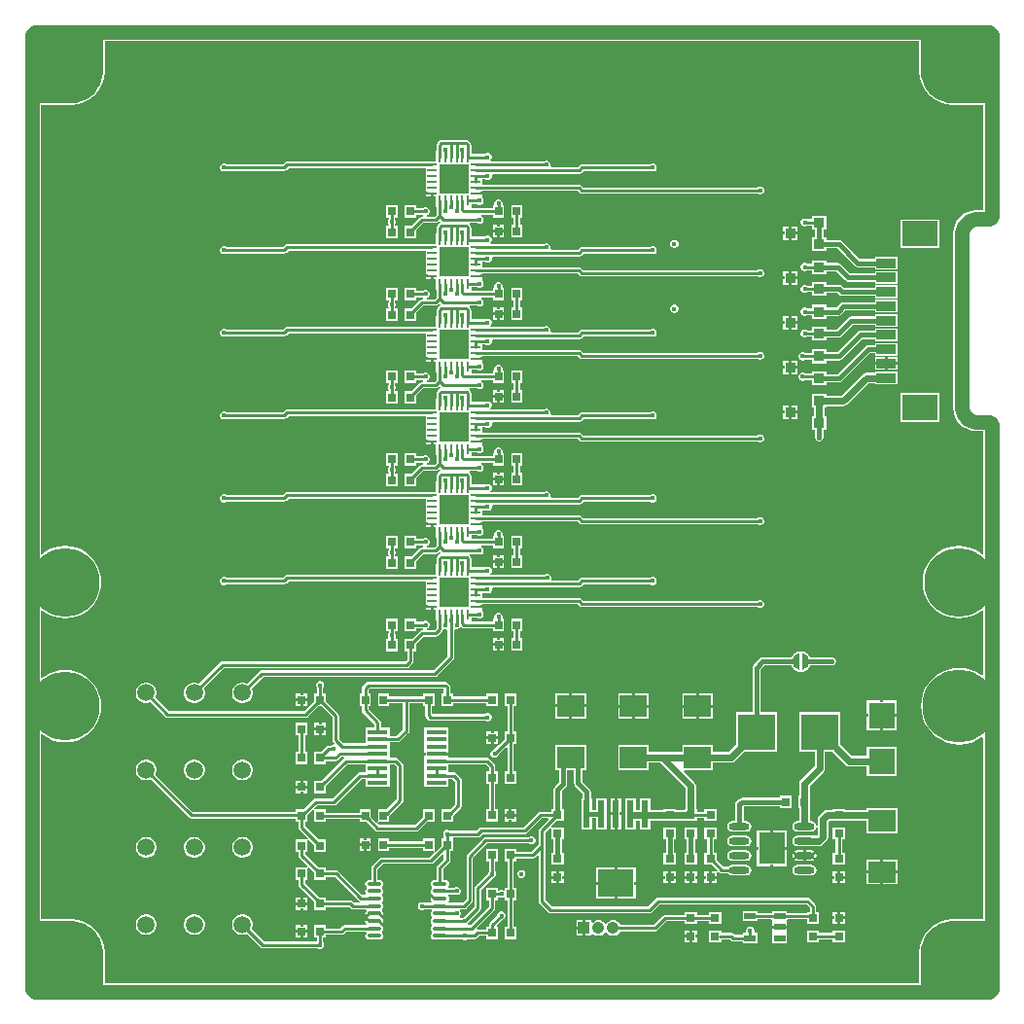
<source format=gbr>
G04*
G04 #@! TF.GenerationSoftware,Altium Limited,Altium Designer,24.1.2 (44)*
G04*
G04 Layer_Physical_Order=1*
G04 Layer_Color=255*
%FSLAX44Y44*%
%MOMM*%
G71*
G04*
G04 #@! TF.SameCoordinates,6DB90BD0-6BCB-4E72-83D2-ACCC89333B5C*
G04*
G04*
G04 #@! TF.FilePolarity,Positive*
G04*
G01*
G75*
%ADD13C,0.6000*%
%ADD18C,0.2540*%
%ADD21R,3.3000X3.1500*%
%ADD22C,1.5000*%
%ADD23R,0.7000X0.8000*%
%ADD24O,1.8000X0.6000*%
%ADD25R,2.3000X2.8000*%
%ADD26R,2.3622X1.8796*%
%ADD27R,2.3000X2.2860*%
%ADD28R,3.1725X2.3455*%
%ADD29R,0.6325X2.3455*%
%ADD30O,1.3000X0.3500*%
%ADD31R,1.8000X0.4000*%
%ADD32R,0.9500X0.9000*%
%ADD33R,0.8000X0.7000*%
%ADD34R,2.6500X2.6500*%
%ADD35R,0.2746X0.8048*%
%ADD36R,0.8048X0.2746*%
%ADD37R,1.0000X0.6000*%
%ADD38R,1.7018X0.8128*%
%ADD39C,1.2700*%
%ADD58R,3.0988X2.2098*%
%ADD59C,0.4000*%
%ADD60R,1.0500X1.0500*%
%ADD61C,1.0500*%
%ADD62C,0.4000*%
%ADD63C,6.3500*%
%ADD64C,1.0000*%
%ADD65C,1.2000*%
%ADD66C,6.0000*%
%ADD67C,0.5000*%
%ADD68C,0.9000*%
G36*
X843526Y840146D02*
X842830D01*
X842117Y839851D01*
X843464Y838504D01*
X841668Y836708D01*
X840321Y838055D01*
X840026Y837342D01*
Y835950D01*
X840321Y835237D01*
X841668Y836584D01*
X843464Y834788D01*
X842117Y833441D01*
X842830Y833146D01*
X843526D01*
Y830146D01*
X842830D01*
X842117Y829851D01*
X843464Y828504D01*
X841668Y826708D01*
X840321Y828055D01*
X840026Y827342D01*
Y825950D01*
X840321Y825238D01*
X841668Y826584D01*
X843464Y824788D01*
X842117Y823441D01*
X842830Y823146D01*
X843526D01*
Y820146D01*
X842830D01*
X842117Y819851D01*
X843464Y818504D01*
X841668Y816709D01*
X840321Y818055D01*
X840026Y817343D01*
Y815950D01*
X840321Y815238D01*
X841668Y816584D01*
X843464Y814788D01*
X842117Y813441D01*
X842830Y813146D01*
X843526D01*
Y810146D01*
X842830D01*
X842117Y809851D01*
X843464Y808504D01*
X841668Y806709D01*
X840321Y808055D01*
X840026Y807343D01*
Y805950D01*
X840321Y805238D01*
X841668Y806584D01*
X843464Y804788D01*
X842117Y803441D01*
X842830Y803146D01*
X843526D01*
Y800146D01*
X842830D01*
X842117Y799851D01*
X843464Y798504D01*
X841668Y796709D01*
X840321Y798055D01*
X840026Y797343D01*
Y795950D01*
X840321Y795238D01*
X841668Y796584D01*
X843464Y794788D01*
X842117Y793441D01*
X842830Y793146D01*
X843526D01*
Y790146D01*
X842830D01*
X842117Y789851D01*
X843464Y788505D01*
X841668Y786709D01*
X840321Y788055D01*
X840026Y787343D01*
Y785950D01*
X840321Y785238D01*
X841668Y786584D01*
X843464Y784788D01*
X842117Y783441D01*
X842830Y783146D01*
X843526D01*
Y781000D01*
X809293Y781000D01*
X807438Y781000D01*
X803761Y781484D01*
X800179Y782444D01*
X796752Y783863D01*
X793540Y785718D01*
X790598Y787975D01*
X787975Y790598D01*
X785718Y793540D01*
X783863Y796752D01*
X782444Y800179D01*
X781484Y803761D01*
X781000Y807438D01*
X781000Y809293D01*
X781000D01*
Y841582D01*
X781517Y842830D01*
Y843526D01*
X784517D01*
Y842830D01*
X784812Y842117D01*
X786159Y843464D01*
X787955Y841668D01*
X786608Y840321D01*
X787321Y840026D01*
X788713D01*
X789426Y840321D01*
X788079Y841668D01*
X789875Y843464D01*
X791222Y842117D01*
X791517Y842830D01*
Y843526D01*
X794517D01*
Y842830D01*
X794812Y842117D01*
X796159Y843464D01*
X797955Y841668D01*
X796608Y840321D01*
X797321Y840026D01*
X798713D01*
X799426Y840321D01*
X798079Y841668D01*
X799875Y843464D01*
X801222Y842117D01*
X801517Y842830D01*
Y843526D01*
X804517D01*
Y842830D01*
X804812Y842117D01*
X806159Y843464D01*
X807955Y841668D01*
X806608Y840321D01*
X807321Y840026D01*
X808713D01*
X809426Y840321D01*
X808079Y841668D01*
X809875Y843464D01*
X811222Y842117D01*
X811517Y842830D01*
Y843526D01*
X814517D01*
Y842830D01*
X814812Y842117D01*
X816159Y843464D01*
X817955Y841668D01*
X816608Y840321D01*
X817321Y840026D01*
X818713D01*
X819426Y840321D01*
X818079Y841668D01*
X819875Y843464D01*
X821222Y842117D01*
X821517Y842830D01*
Y843526D01*
X824517D01*
Y842830D01*
X824812Y842117D01*
X826159Y843464D01*
X827955Y841668D01*
X826608Y840321D01*
X827321Y840026D01*
X828713D01*
X829426Y840321D01*
X828079Y841668D01*
X829875Y843464D01*
X831222Y842117D01*
X831517Y842830D01*
Y843526D01*
X834517D01*
Y842833D01*
X834812Y842121D01*
X836159Y843467D01*
X837955Y841671D01*
X836608Y840324D01*
X837321Y840029D01*
X838713D01*
X839426Y840324D01*
X838079Y841671D01*
X839875Y843467D01*
X841222Y842121D01*
X841517Y842833D01*
Y843526D01*
X843526D01*
Y840146D01*
D02*
G37*
G36*
X64518Y842830D02*
X64813Y842117D01*
X66160Y843464D01*
X67956Y841668D01*
X66610Y840321D01*
X67322Y840026D01*
X68714D01*
X69000Y839835D01*
Y809293D01*
X69000D01*
X69000Y807438D01*
X68516Y803761D01*
X67556Y800179D01*
X66137Y796752D01*
X64282Y793540D01*
X62024Y790598D01*
X59402Y787975D01*
X56460Y785718D01*
X53248Y783863D01*
X49821Y782444D01*
X46239Y781484D01*
X42562Y781000D01*
X40707Y781000D01*
X11080Y781000D01*
X9974Y782270D01*
Y782789D01*
X9679Y783502D01*
X8332Y782155D01*
X6536Y783951D01*
X7883Y785298D01*
X7171Y785593D01*
X6474D01*
Y788593D01*
X7171D01*
X7883Y788888D01*
X6536Y790235D01*
X8332Y792031D01*
X9679Y790684D01*
X9974Y791397D01*
Y792789D01*
X9679Y793502D01*
X8332Y792155D01*
X6536Y793951D01*
X7883Y795298D01*
X7171Y795593D01*
X6474D01*
Y798593D01*
X7171D01*
X7883Y798888D01*
X6536Y800235D01*
X8332Y802031D01*
X9679Y800684D01*
X9974Y801397D01*
Y802789D01*
X9679Y803502D01*
X8332Y802155D01*
X6536Y803951D01*
X7883Y805298D01*
X7171Y805593D01*
X6474D01*
Y808593D01*
X7171D01*
X7883Y808888D01*
X6536Y810235D01*
X8332Y812031D01*
X9679Y810684D01*
X9974Y811397D01*
Y812789D01*
X9679Y813502D01*
X8332Y812155D01*
X6536Y813951D01*
X7883Y815298D01*
X7171Y815593D01*
X6474D01*
Y818593D01*
X7171D01*
X7883Y818888D01*
X6536Y820235D01*
X8332Y822031D01*
X9679Y820684D01*
X9974Y821397D01*
Y822789D01*
X9679Y823502D01*
X8332Y822155D01*
X6536Y823951D01*
X7883Y825298D01*
X7171Y825593D01*
X6474D01*
Y828593D01*
X7171D01*
X7883Y828888D01*
X6536Y830235D01*
X8332Y832031D01*
X9679Y830684D01*
X9974Y831397D01*
Y832789D01*
X9679Y833502D01*
X8332Y832155D01*
X6536Y833951D01*
X7883Y835298D01*
X7171Y835593D01*
X6474D01*
Y837803D01*
X7447Y838453D01*
X8839D01*
X9552Y838748D01*
X8205Y840095D01*
X10001Y841891D01*
X11348Y840544D01*
X11643Y841257D01*
Y842649D01*
X12229Y843526D01*
X14518D01*
Y842830D01*
X14814Y842117D01*
X16160Y843464D01*
X17956Y841668D01*
X16610Y840321D01*
X17322Y840026D01*
X18715D01*
X19427Y840321D01*
X18081Y841668D01*
X19877Y843464D01*
X21223Y842117D01*
X21518Y842830D01*
Y843526D01*
X24518D01*
Y842830D01*
X24814Y842117D01*
X26160Y843464D01*
X27956Y841668D01*
X26610Y840321D01*
X27322Y840026D01*
X28715D01*
X29427Y840321D01*
X28081Y841668D01*
X29877Y843464D01*
X31223Y842117D01*
X31518Y842830D01*
Y843526D01*
X34518D01*
Y842830D01*
X34813Y842117D01*
X36160Y843464D01*
X37956Y841668D01*
X36610Y840321D01*
X37322Y840026D01*
X38715D01*
X39427Y840321D01*
X38080Y841668D01*
X39877Y843464D01*
X41223Y842117D01*
X41518Y842830D01*
Y843526D01*
X44518D01*
Y842830D01*
X44813Y842117D01*
X46160Y843464D01*
X47956Y841668D01*
X46610Y840321D01*
X47322Y840026D01*
X48714D01*
X49427Y840321D01*
X48081Y841668D01*
X49877Y843464D01*
X51223Y842117D01*
X51518Y842830D01*
Y843526D01*
X54518D01*
Y842830D01*
X54813Y842117D01*
X56160Y843464D01*
X57956Y841668D01*
X56610Y840321D01*
X57322Y840026D01*
X58714D01*
X59427Y840321D01*
X58081Y841668D01*
X59877Y843464D01*
X61223Y842117D01*
X61518Y842830D01*
Y843526D01*
X64518D01*
Y842830D01*
D02*
G37*
G36*
X779376Y809293D02*
X779376Y809293D01*
X779376Y807438D01*
X779419Y807335D01*
X779390Y807226D01*
X779874Y803549D01*
X779930Y803452D01*
X779916Y803341D01*
X780876Y799759D01*
X780944Y799669D01*
Y799557D01*
X782363Y796131D01*
X782443Y796052D01*
X782457Y795940D01*
X784312Y792729D01*
X784400Y792660D01*
X784430Y792552D01*
X786687Y789610D01*
X786785Y789554D01*
X786827Y789450D01*
X789450Y786827D01*
X789554Y786785D01*
X789610Y786687D01*
X792552Y784430D01*
X792660Y784401D01*
X792729Y784312D01*
X795940Y782457D01*
X796052Y782443D01*
X796131Y782363D01*
X799557Y780944D01*
X799669D01*
X799759Y780876D01*
X803341Y779916D01*
X803452Y779930D01*
X803549Y779874D01*
X807226Y779390D01*
X807335Y779419D01*
X807438Y779376D01*
X809293Y779376D01*
X835232Y779376D01*
Y687825D01*
X828860D01*
X828860Y687853D01*
X824998Y687472D01*
X821285Y686346D01*
X817862Y684517D01*
X814863Y682055D01*
X812401Y679055D01*
X810572Y675633D01*
X809445Y671919D01*
X809065Y668057D01*
X809092D01*
Y515497D01*
X809065D01*
X809445Y511635D01*
X810572Y507922D01*
X812401Y504499D01*
X814863Y501500D01*
X817862Y499038D01*
X821285Y497209D01*
X824998Y496082D01*
X828860Y495702D01*
X828860Y495729D01*
X835232D01*
Y388808D01*
X834079Y388276D01*
X832572Y389563D01*
X828345Y392154D01*
X823764Y394051D01*
X818943Y395208D01*
X814000Y395597D01*
X809057Y395208D01*
X804236Y394051D01*
X799655Y392154D01*
X795427Y389563D01*
X791657Y386343D01*
X788437Y382573D01*
X785846Y378345D01*
X783949Y373764D01*
X782792Y368943D01*
X782403Y364000D01*
X782792Y359057D01*
X783949Y354236D01*
X785846Y349655D01*
X788437Y345428D01*
X791657Y341657D01*
X795427Y338437D01*
X799655Y335846D01*
X804236Y333949D01*
X809057Y332792D01*
X814000Y332403D01*
X818943Y332792D01*
X823764Y333949D01*
X828345Y335846D01*
X832572Y338437D01*
X834079Y339724D01*
X835232Y339192D01*
Y283514D01*
X834620Y283231D01*
X833962Y283056D01*
X829619Y285718D01*
X824783Y287720D01*
X819694Y288942D01*
X814477Y289353D01*
X809259Y288942D01*
X804170Y287720D01*
X799335Y285718D01*
X794873Y282983D01*
X790893Y279584D01*
X787494Y275604D01*
X784759Y271142D01*
X782757Y266307D01*
X781535Y261217D01*
X781124Y256000D01*
X781535Y250783D01*
X782757Y245693D01*
X784759Y240858D01*
X787494Y236396D01*
X790893Y232416D01*
X794873Y229017D01*
X799335Y226282D01*
X804170Y224280D01*
X809259Y223058D01*
X814477Y222647D01*
X819694Y223058D01*
X824783Y224280D01*
X829619Y226282D01*
X833962Y228944D01*
X834620Y228769D01*
X835232Y228486D01*
Y70624D01*
X809293Y70624D01*
X807438Y70624D01*
X807335Y70581D01*
X807226Y70610D01*
X803549Y70126D01*
X803452Y70069D01*
X803341Y70084D01*
X799759Y69124D01*
X799669Y69056D01*
X799557D01*
X796131Y67637D01*
X796052Y67557D01*
X795940Y67543D01*
X792729Y65688D01*
X792660Y65599D01*
X792552Y65570D01*
X789610Y63313D01*
X789554Y63215D01*
X789450Y63173D01*
X786827Y60550D01*
X786785Y60447D01*
X786687Y60390D01*
X784430Y57448D01*
X784400Y57340D01*
X784312Y57271D01*
X782457Y54060D01*
X782443Y53948D01*
X782363Y53869D01*
X780944Y50443D01*
Y50331D01*
X780876Y50241D01*
X779916Y46659D01*
X779930Y46548D01*
X779874Y46451D01*
X779390Y42774D01*
X779419Y42665D01*
X779376Y42562D01*
X779376Y40707D01*
X779376Y40707D01*
Y14768D01*
X70624D01*
Y40707D01*
X70624Y40708D01*
X70624Y42562D01*
X70581Y42665D01*
X70610Y42774D01*
X70126Y46451D01*
X70069Y46548D01*
X70084Y46659D01*
X69124Y50241D01*
X69056Y50331D01*
Y50443D01*
X67637Y53869D01*
X67557Y53948D01*
X67543Y54060D01*
X65688Y57271D01*
X65599Y57340D01*
X65570Y57448D01*
X63313Y60390D01*
X63215Y60447D01*
X63173Y60550D01*
X60550Y63173D01*
X60447Y63215D01*
X60390Y63313D01*
X57448Y65570D01*
X57340Y65599D01*
X57271Y65688D01*
X54060Y67543D01*
X53948Y67557D01*
X53869Y67637D01*
X50443Y69056D01*
X50331D01*
X50241Y69124D01*
X46659Y70084D01*
X46548Y70069D01*
X46451Y70126D01*
X42774Y70610D01*
X42665Y70581D01*
X42562Y70624D01*
X40707Y70624D01*
X14768Y70624D01*
Y231192D01*
X15921Y231724D01*
X17428Y230437D01*
X21655Y227847D01*
X26236Y225949D01*
X31057Y224792D01*
X36000Y224403D01*
X40943Y224792D01*
X45764Y225949D01*
X50345Y227847D01*
X54573Y230437D01*
X58343Y233657D01*
X61563Y237428D01*
X64153Y241655D01*
X66051Y246236D01*
X67208Y251057D01*
X67597Y256000D01*
X67208Y260943D01*
X66051Y265764D01*
X64153Y270345D01*
X61563Y274573D01*
X58343Y278343D01*
X54573Y281563D01*
X50345Y284153D01*
X45764Y286051D01*
X40943Y287208D01*
X36000Y287597D01*
X31057Y287208D01*
X26236Y286051D01*
X21655Y284153D01*
X17428Y281563D01*
X15921Y280276D01*
X14768Y280808D01*
Y339192D01*
X15921Y339724D01*
X17428Y338437D01*
X21655Y335846D01*
X26236Y333949D01*
X31057Y332792D01*
X36000Y332403D01*
X40943Y332792D01*
X45764Y333949D01*
X50345Y335846D01*
X54573Y338437D01*
X58343Y341657D01*
X61563Y345428D01*
X64153Y349655D01*
X66051Y354236D01*
X67208Y359057D01*
X67597Y364000D01*
X67208Y368943D01*
X66051Y373764D01*
X64153Y378345D01*
X61563Y382573D01*
X58343Y386343D01*
X54573Y389563D01*
X50345Y392154D01*
X45764Y394051D01*
X40943Y395208D01*
X36000Y395597D01*
X31057Y395208D01*
X26236Y394051D01*
X21655Y392154D01*
X17428Y389563D01*
X15921Y388276D01*
X14768Y388808D01*
Y779376D01*
X40707Y779376D01*
X42562Y779376D01*
X42665Y779419D01*
X42774Y779390D01*
X46451Y779874D01*
X46548Y779930D01*
X46659Y779916D01*
X50241Y780876D01*
X50331Y780944D01*
X50443D01*
X53869Y782363D01*
X53948Y782443D01*
X54060Y782457D01*
X57271Y784312D01*
X57340Y784401D01*
X57448Y784430D01*
X60390Y786687D01*
X60447Y786785D01*
X60550Y786827D01*
X63173Y789450D01*
X63215Y789554D01*
X63313Y789610D01*
X65570Y792552D01*
X65599Y792660D01*
X65688Y792729D01*
X67543Y795940D01*
X67557Y796052D01*
X67637Y796131D01*
X69056Y799557D01*
Y799669D01*
X69124Y799759D01*
X70084Y803341D01*
X70069Y803452D01*
X70126Y803549D01*
X70610Y807226D01*
X70581Y807335D01*
X70624Y807438D01*
X70624Y809292D01*
X70624Y809293D01*
Y835232D01*
X779376D01*
Y809293D01*
D02*
G37*
G36*
X841543Y68424D02*
X842830Y67891D01*
X843526D01*
Y64891D01*
X842830D01*
X842117Y64596D01*
X843464Y63249D01*
X841668Y61453D01*
X840321Y62800D01*
X840026Y62087D01*
Y60695D01*
X840321Y59982D01*
X841668Y61329D01*
X843464Y59533D01*
X842117Y58186D01*
X842830Y57891D01*
X843526D01*
Y54891D01*
X842830D01*
X842117Y54596D01*
X843464Y53249D01*
X841668Y51453D01*
X840321Y52800D01*
X840026Y52087D01*
Y50695D01*
X840321Y49982D01*
X841668Y51329D01*
X843464Y49533D01*
X842117Y48186D01*
X842830Y47891D01*
X843526D01*
Y44891D01*
X842830D01*
X842117Y44596D01*
X843464Y43249D01*
X841668Y41453D01*
X840321Y42800D01*
X840026Y42087D01*
Y40695D01*
X840321Y39982D01*
X841668Y41329D01*
X843464Y39533D01*
X842117Y38186D01*
X842830Y37891D01*
X843526D01*
Y34891D01*
X842830D01*
X842117Y34596D01*
X843464Y33249D01*
X841668Y31453D01*
X840321Y32800D01*
X840026Y32087D01*
Y30695D01*
X840321Y29982D01*
X841668Y31329D01*
X843464Y29533D01*
X842117Y28186D01*
X842830Y27891D01*
X843526D01*
Y24891D01*
X842830D01*
X842117Y24596D01*
X843464Y23249D01*
X841668Y21453D01*
X840321Y22800D01*
X840026Y22087D01*
Y20695D01*
X840321Y19982D01*
X841668Y21329D01*
X843464Y19533D01*
X842117Y18186D01*
X842830Y17891D01*
X843526D01*
Y14891D01*
X842755D01*
X842042Y14596D01*
X843389Y13250D01*
X841593Y11454D01*
X840246Y12800D01*
X839951Y12088D01*
Y10695D01*
X840246Y9983D01*
X841593Y11329D01*
X843389Y9533D01*
X842042Y8187D01*
X842755Y7891D01*
X843526D01*
Y6474D01*
X838244D01*
Y7171D01*
X837949Y7883D01*
X836602Y6536D01*
X834806Y8332D01*
X836152Y9679D01*
X835440Y9974D01*
X834047D01*
X833335Y9679D01*
X834681Y8332D01*
X832886Y6536D01*
X831539Y7883D01*
X831244Y7171D01*
Y6474D01*
X828244D01*
Y7171D01*
X827949Y7883D01*
X826602Y6536D01*
X824806Y8332D01*
X826152Y9679D01*
X825440Y9974D01*
X824047D01*
X823335Y9679D01*
X824681Y8332D01*
X822886Y6536D01*
X821539Y7883D01*
X821244Y7171D01*
Y6474D01*
X818244D01*
Y7171D01*
X817949Y7883D01*
X816602Y6536D01*
X814806Y8332D01*
X816152Y9679D01*
X815440Y9974D01*
X814047D01*
X813335Y9679D01*
X814682Y8332D01*
X812886Y6536D01*
X811539Y7883D01*
X811244Y7171D01*
Y6474D01*
X808244D01*
Y7171D01*
X807949Y7883D01*
X806602Y6536D01*
X804806Y8332D01*
X806152Y9679D01*
X805440Y9974D01*
X804048D01*
X803335Y9679D01*
X804682Y8332D01*
X802886Y6536D01*
X801539Y7883D01*
X801244Y7171D01*
Y6474D01*
X798244D01*
Y7171D01*
X797949Y7883D01*
X796602Y6536D01*
X794806Y8332D01*
X796153Y9679D01*
X795440Y9974D01*
X794048D01*
X793335Y9679D01*
X794682Y8332D01*
X792886Y6536D01*
X791539Y7883D01*
X791244Y7171D01*
Y6474D01*
X788244D01*
Y7171D01*
X787949Y7883D01*
X786602Y6536D01*
X784806Y8332D01*
X786153Y9679D01*
X785440Y9974D01*
X784048D01*
X782761Y9441D01*
X782270Y8950D01*
X781000Y9476D01*
Y40707D01*
X781000Y40707D01*
X781000Y40707D01*
X781000Y42562D01*
X781484Y46239D01*
X782444Y49821D01*
X783863Y53248D01*
X785718Y56460D01*
X787975Y59402D01*
X790598Y62024D01*
X793540Y64282D01*
X796752Y66137D01*
X800179Y67556D01*
X803761Y68516D01*
X807438Y69000D01*
X809293Y69000D01*
X840967Y69000D01*
X841543Y68424D01*
D02*
G37*
G36*
X40707Y69000D02*
X42562Y69000D01*
X46239Y68516D01*
X49821Y67556D01*
X53248Y66137D01*
X56460Y64282D01*
X59402Y62024D01*
X62024Y59402D01*
X64282Y56460D01*
X66137Y53248D01*
X67556Y49821D01*
X68516Y46239D01*
X69000Y42562D01*
X69000Y40707D01*
X69000D01*
X69000Y40707D01*
Y8667D01*
X68668Y8601D01*
X66603Y6536D01*
X64807Y8332D01*
X66154Y9679D01*
X65441Y9974D01*
X64049D01*
X63336Y9679D01*
X64683Y8332D01*
X62887Y6536D01*
X61540Y7883D01*
X61245Y7171D01*
Y6474D01*
X58245D01*
Y7171D01*
X57950Y7883D01*
X56603Y6536D01*
X54807Y8332D01*
X56154Y9679D01*
X55441Y9974D01*
X54049D01*
X53337Y9679D01*
X54683Y8332D01*
X52887Y6536D01*
X51540Y7883D01*
X51245Y7171D01*
Y6474D01*
X48245D01*
Y7171D01*
X47950Y7883D01*
X46603Y6536D01*
X44808Y8332D01*
X46154Y9679D01*
X45441Y9974D01*
X44049D01*
X43337Y9679D01*
X44683Y8332D01*
X42887Y6536D01*
X41540Y7883D01*
X41245Y7171D01*
Y6474D01*
X38245D01*
Y7171D01*
X37950Y7883D01*
X36604Y6536D01*
X34808Y8332D01*
X36154Y9679D01*
X35442Y9974D01*
X34049D01*
X33337Y9679D01*
X34683Y8332D01*
X32887Y6536D01*
X31541Y7883D01*
X31245Y7171D01*
Y6474D01*
X28245D01*
Y7171D01*
X27950Y7883D01*
X26604Y6536D01*
X24808Y8332D01*
X26154Y9679D01*
X25442Y9974D01*
X24049D01*
X23337Y9679D01*
X24683Y8332D01*
X22887Y6536D01*
X21541Y7883D01*
X21245Y7171D01*
Y6474D01*
X18245D01*
Y7171D01*
X17950Y7883D01*
X16604Y6536D01*
X14807Y8332D01*
X16154Y9679D01*
X15441Y9974D01*
X14049D01*
X13336Y9679D01*
X14683Y8332D01*
X12887Y6536D01*
X11540Y7883D01*
X11245Y7171D01*
Y6474D01*
X6474D01*
Y8595D01*
X7171D01*
X7883Y8890D01*
X6536Y10237D01*
X8332Y12033D01*
X9679Y10686D01*
X9974Y11399D01*
Y12791D01*
X9679Y13504D01*
X8332Y12157D01*
X6536Y13953D01*
X7883Y15300D01*
X7171Y15595D01*
X6474D01*
Y18595D01*
X7171D01*
X7883Y18890D01*
X6536Y20236D01*
X8332Y22032D01*
X9679Y20686D01*
X9974Y21398D01*
Y22791D01*
X9679Y23503D01*
X8332Y22157D01*
X6536Y23953D01*
X7883Y25299D01*
X7171Y25595D01*
X6474D01*
Y28595D01*
X7171D01*
X7883Y28890D01*
X6536Y30236D01*
X8332Y32032D01*
X9679Y30686D01*
X9974Y31398D01*
Y32791D01*
X9679Y33503D01*
X8332Y32157D01*
X6536Y33953D01*
X7883Y35299D01*
X7171Y35595D01*
X6474D01*
Y38595D01*
X7171D01*
X7883Y38890D01*
X6536Y40236D01*
X8332Y42032D01*
X9679Y40686D01*
X9974Y41398D01*
Y42791D01*
X9679Y43503D01*
X8332Y42157D01*
X6536Y43953D01*
X7883Y45300D01*
X7171Y45595D01*
X6474D01*
Y48595D01*
X7171D01*
X7883Y48890D01*
X6536Y50236D01*
X8332Y52032D01*
X9679Y50686D01*
X9974Y51398D01*
Y52791D01*
X9679Y53503D01*
X8332Y52157D01*
X6536Y53953D01*
X7883Y55299D01*
X7171Y55595D01*
X6474D01*
Y58595D01*
X7171D01*
X7883Y58890D01*
X6536Y60236D01*
X8332Y62032D01*
X9679Y60686D01*
X9974Y61398D01*
Y62791D01*
X9679Y63503D01*
X8332Y62157D01*
X6536Y63953D01*
X7883Y65299D01*
X7171Y65595D01*
X6474D01*
Y68595D01*
X7171D01*
X8149Y69000D01*
X40707Y69000D01*
D02*
G37*
%LPC*%
G36*
X385362Y748822D02*
X385362Y748822D01*
X363338D01*
X362257Y748607D01*
X361341Y747995D01*
X361341Y747995D01*
X359853Y746507D01*
X359241Y745591D01*
X359026Y744510D01*
X359026Y744510D01*
Y739548D01*
X358977D01*
Y730373D01*
X349802D01*
Y730324D01*
X229152D01*
X229152Y730324D01*
X228071Y730109D01*
X227155Y729497D01*
X227155Y729497D01*
X225482Y727824D01*
X176390D01*
X176247Y727967D01*
X174960Y728500D01*
X173568D01*
X172281Y727967D01*
X171297Y726982D01*
X170764Y725696D01*
Y724304D01*
X171297Y723017D01*
X172281Y722033D01*
X173568Y721500D01*
X174960D01*
X176247Y722033D01*
X176390Y722176D01*
X226652D01*
X226652Y722176D01*
X227733Y722391D01*
X228649Y723003D01*
X230322Y724676D01*
X349802D01*
Y719627D01*
Y709627D01*
Y703770D01*
X351490D01*
Y701230D01*
X349802D01*
Y699627D01*
X354056D01*
Y701315D01*
X356596D01*
Y699627D01*
X358977D01*
Y690452D01*
X359026D01*
Y683986D01*
X357314Y682274D01*
X351282D01*
X351029Y683544D01*
X351761Y683847D01*
X352745Y684832D01*
X353278Y686118D01*
Y687511D01*
X352745Y688797D01*
X351761Y689781D01*
X350474Y690314D01*
X349082D01*
X347795Y689781D01*
X347653Y689639D01*
X341458D01*
Y692316D01*
X331458D01*
Y681316D01*
X341458D01*
Y683990D01*
X347413D01*
X347889Y683544D01*
X347387Y682274D01*
X346724D01*
X346724Y682274D01*
X345643Y682059D01*
X344727Y681447D01*
X337464Y674184D01*
X331458D01*
Y663184D01*
X341458D01*
Y670190D01*
X347894Y676626D01*
X358484D01*
X358484Y676626D01*
X359565Y676841D01*
X360481Y677453D01*
X361850Y678822D01*
X362685Y677987D01*
X362267Y676609D01*
X362257Y676607D01*
X361341Y675995D01*
X361341Y675995D01*
X359853Y674507D01*
X359241Y673591D01*
X359026Y672510D01*
X359026Y672510D01*
Y667548D01*
X358977D01*
Y658373D01*
X349802D01*
Y658324D01*
X229152D01*
X229152Y658324D01*
X228071Y658109D01*
X227155Y657497D01*
X227155Y657497D01*
X225482Y655824D01*
X176390D01*
X176247Y655967D01*
X174960Y656500D01*
X173568D01*
X172281Y655967D01*
X171297Y654983D01*
X170764Y653696D01*
Y652304D01*
X171297Y651017D01*
X172281Y650033D01*
X173568Y649500D01*
X174960D01*
X176247Y650033D01*
X176390Y650176D01*
X226652D01*
X226652Y650176D01*
X227733Y650391D01*
X228649Y651003D01*
X230322Y652676D01*
X349802D01*
Y642627D01*
Y632627D01*
X349802D01*
Y631770D01*
X351490D01*
Y629230D01*
X349802D01*
Y627627D01*
X354056D01*
Y629315D01*
X356596D01*
Y627627D01*
X358977D01*
Y618452D01*
X359026D01*
Y611986D01*
X357314Y610274D01*
X351282D01*
X351029Y611544D01*
X351761Y611847D01*
X352745Y612832D01*
X353278Y614118D01*
Y615511D01*
X352745Y616797D01*
X351761Y617782D01*
X350474Y618314D01*
X349082D01*
X347795Y617782D01*
X347653Y617639D01*
X341458D01*
Y620316D01*
X331458D01*
Y609316D01*
X341458D01*
Y611990D01*
X347413D01*
X347889Y611544D01*
X347387Y610274D01*
X346724D01*
X346724Y610274D01*
X345643Y610059D01*
X344727Y609447D01*
X337464Y602184D01*
X331458D01*
Y591184D01*
X341458D01*
Y598190D01*
X347894Y604626D01*
X358484D01*
X358484Y604626D01*
X359565Y604841D01*
X360481Y605453D01*
X361850Y606822D01*
X362685Y605987D01*
X362267Y604609D01*
X362257Y604607D01*
X361341Y603995D01*
X361341Y603995D01*
X359853Y602507D01*
X359241Y601591D01*
X359026Y600510D01*
X359026Y600510D01*
Y595548D01*
X358977D01*
Y586373D01*
X349802D01*
Y586324D01*
X229152D01*
X229152Y586324D01*
X228071Y586109D01*
X227155Y585497D01*
X227155Y585497D01*
X225482Y583824D01*
X176390D01*
X176247Y583967D01*
X174960Y584500D01*
X173568D01*
X172281Y583967D01*
X171297Y582982D01*
X170764Y581696D01*
Y580304D01*
X171297Y579017D01*
X172281Y578033D01*
X173568Y577500D01*
X174960D01*
X176247Y578033D01*
X176390Y578176D01*
X226652D01*
X226652Y578176D01*
X227733Y578391D01*
X228649Y579003D01*
X230322Y580676D01*
X349802D01*
Y575627D01*
Y565627D01*
Y559770D01*
X351490D01*
Y557230D01*
X349802D01*
Y555627D01*
X354056D01*
Y557315D01*
X356596D01*
Y555627D01*
X358977D01*
Y546452D01*
X359026D01*
Y539986D01*
X357314Y538274D01*
X351282D01*
X351029Y539544D01*
X351761Y539847D01*
X352745Y540832D01*
X353278Y542118D01*
Y543511D01*
X352745Y544797D01*
X351761Y545782D01*
X350474Y546314D01*
X349082D01*
X347795Y545782D01*
X347653Y545639D01*
X341458D01*
Y548316D01*
X331458D01*
Y537316D01*
X341458D01*
Y539990D01*
X347413D01*
X347889Y539544D01*
X347387Y538274D01*
X346724D01*
X346724Y538274D01*
X345643Y538059D01*
X344727Y537447D01*
X337464Y530184D01*
X331458D01*
Y519184D01*
X341458D01*
Y526190D01*
X347894Y532626D01*
X358484D01*
X358484Y532626D01*
X359565Y532841D01*
X360481Y533453D01*
X361850Y534822D01*
X362685Y533987D01*
X362267Y532609D01*
X362257Y532607D01*
X361341Y531995D01*
X361341Y531995D01*
X359853Y530507D01*
X359241Y529591D01*
X359026Y528510D01*
X359026Y528510D01*
Y523548D01*
X358977D01*
Y514373D01*
X349802D01*
Y514324D01*
X229152D01*
X229152Y514324D01*
X228071Y514109D01*
X227155Y513497D01*
X227155Y513497D01*
X225482Y511824D01*
X176390D01*
X176247Y511967D01*
X174960Y512500D01*
X173568D01*
X172281Y511967D01*
X171297Y510983D01*
X170764Y509696D01*
Y508304D01*
X171297Y507017D01*
X172281Y506033D01*
X173568Y505500D01*
X174960D01*
X176247Y506033D01*
X176390Y506176D01*
X226652D01*
X226652Y506176D01*
X227733Y506391D01*
X228649Y507003D01*
X230322Y508676D01*
X349802D01*
Y503627D01*
Y493627D01*
Y487770D01*
X351490D01*
Y485230D01*
X349802D01*
Y483627D01*
X354056D01*
Y485315D01*
X356596D01*
Y483627D01*
X358977D01*
Y474452D01*
X359026D01*
Y467986D01*
X357314Y466274D01*
X351282D01*
X351029Y467544D01*
X351761Y467847D01*
X352745Y468832D01*
X353278Y470118D01*
Y471511D01*
X352745Y472797D01*
X351761Y473782D01*
X350474Y474314D01*
X349082D01*
X347795Y473782D01*
X347653Y473639D01*
X341458D01*
Y476316D01*
X331458D01*
Y465316D01*
X341458D01*
Y467990D01*
X347413D01*
X347889Y467544D01*
X347387Y466274D01*
X346724D01*
X346724Y466274D01*
X345643Y466059D01*
X344727Y465447D01*
X337464Y458184D01*
X331458D01*
Y447184D01*
X341458D01*
Y454190D01*
X347894Y460626D01*
X358484D01*
X358484Y460626D01*
X359565Y460841D01*
X360481Y461453D01*
X361850Y462822D01*
X362685Y461987D01*
X362267Y460609D01*
X362257Y460607D01*
X361341Y459995D01*
X361341Y459995D01*
X359853Y458507D01*
X359241Y457591D01*
X359026Y456510D01*
X359026Y456510D01*
Y451548D01*
X358977D01*
Y442373D01*
X349802D01*
Y442324D01*
X229152D01*
X229152Y442324D01*
X228071Y442109D01*
X227155Y441497D01*
X227155Y441497D01*
X225482Y439824D01*
X176390D01*
X176247Y439967D01*
X174960Y440500D01*
X173568D01*
X172281Y439967D01*
X171297Y438983D01*
X170764Y437696D01*
Y436304D01*
X171297Y435017D01*
X172281Y434033D01*
X173568Y433500D01*
X174960D01*
X176247Y434033D01*
X176390Y434176D01*
X226652D01*
X226652Y434176D01*
X227733Y434391D01*
X228649Y435003D01*
X230322Y436676D01*
X349802D01*
Y431627D01*
Y421627D01*
Y415770D01*
X351490D01*
Y413230D01*
X349802D01*
Y411627D01*
X354056D01*
Y413315D01*
X356596D01*
Y411627D01*
X358977D01*
Y402452D01*
X359026D01*
Y395986D01*
X357314Y394274D01*
X351282D01*
X351029Y395544D01*
X351761Y395847D01*
X352745Y396832D01*
X353278Y398118D01*
Y399511D01*
X352745Y400797D01*
X351761Y401782D01*
X350474Y402314D01*
X349082D01*
X347795Y401782D01*
X347653Y401639D01*
X341458D01*
Y404316D01*
X331458D01*
Y393316D01*
X341458D01*
Y395990D01*
X347413D01*
X347889Y395544D01*
X347387Y394274D01*
X346724D01*
X346724Y394274D01*
X345643Y394059D01*
X344727Y393447D01*
X337464Y386184D01*
X331458D01*
Y375184D01*
X341458D01*
Y382190D01*
X347894Y388626D01*
X358484D01*
X358484Y388626D01*
X359565Y388841D01*
X360481Y389453D01*
X361850Y390822D01*
X362685Y389987D01*
X362267Y388609D01*
X362257Y388607D01*
X361341Y387995D01*
X361341Y387995D01*
X359853Y386507D01*
X359241Y385591D01*
X359026Y384510D01*
X359026Y384510D01*
Y379548D01*
X358977D01*
Y370373D01*
X349802D01*
Y370324D01*
X229152D01*
X229152Y370324D01*
X228071Y370109D01*
X227155Y369497D01*
X227155Y369497D01*
X225482Y367824D01*
X176390D01*
X176247Y367967D01*
X174960Y368500D01*
X173568D01*
X172281Y367967D01*
X171297Y366982D01*
X170764Y365696D01*
Y364304D01*
X171297Y363017D01*
X172281Y362033D01*
X173568Y361500D01*
X174960D01*
X176247Y362033D01*
X176390Y362176D01*
X226652D01*
X226652Y362176D01*
X227733Y362391D01*
X228649Y363003D01*
X230322Y364676D01*
X349802D01*
Y359627D01*
Y349627D01*
Y343770D01*
X351490D01*
Y341230D01*
X349802D01*
Y339627D01*
X354056D01*
Y341315D01*
X356596D01*
Y339627D01*
X358977D01*
Y330452D01*
X359026D01*
Y323986D01*
X357314Y322274D01*
X351282D01*
X351029Y323544D01*
X351761Y323847D01*
X352745Y324832D01*
X353278Y326118D01*
Y327510D01*
X352745Y328797D01*
X351761Y329781D01*
X350474Y330314D01*
X349082D01*
X347795Y329781D01*
X347653Y329639D01*
X341460D01*
Y332314D01*
X331460D01*
Y321314D01*
X341460D01*
Y323990D01*
X347413D01*
X347889Y323544D01*
X347387Y322274D01*
X346724D01*
X346724Y322274D01*
X345643Y322059D01*
X344727Y321447D01*
X337964Y314684D01*
X331458D01*
Y303684D01*
X333634D01*
Y296168D01*
X332390Y294924D01*
X172983D01*
X171902Y294709D01*
X170986Y294097D01*
X170986Y294097D01*
X152566Y275677D01*
X151984Y276013D01*
X149695Y276627D01*
X147325D01*
X145036Y276013D01*
X142984Y274828D01*
X141308Y273153D01*
X140123Y271101D01*
X139510Y268812D01*
Y266442D01*
X140123Y264153D01*
X141308Y262101D01*
X142984Y260425D01*
X145036Y259240D01*
X147325Y258627D01*
X149695D01*
X151984Y259240D01*
X154036Y260425D01*
X155712Y262101D01*
X156896Y264153D01*
X157510Y266442D01*
Y268812D01*
X156896Y271101D01*
X156560Y271683D01*
X174153Y289276D01*
X333560D01*
X333560Y289276D01*
X334641Y289491D01*
X335557Y290103D01*
X338455Y293001D01*
X338455Y293001D01*
X339067Y293918D01*
X339282Y294998D01*
Y303684D01*
X341458D01*
Y310190D01*
X347894Y316626D01*
X358484D01*
X358484Y316626D01*
X359565Y316841D01*
X360481Y317453D01*
X363847Y320819D01*
X363847Y320819D01*
X364459Y321735D01*
X364626Y322574D01*
X365234Y323074D01*
X365944Y323403D01*
X366154Y323316D01*
X367546D01*
X367756Y323403D01*
X369026Y322554D01*
Y299532D01*
X356798Y287304D01*
X207273D01*
X206192Y287089D01*
X205276Y286477D01*
X205276Y286477D01*
X194476Y275677D01*
X193894Y276013D01*
X191605Y276627D01*
X189235D01*
X186946Y276013D01*
X184894Y274828D01*
X183218Y273153D01*
X182033Y271101D01*
X181420Y268812D01*
Y266442D01*
X182033Y264153D01*
X183218Y262101D01*
X184894Y260425D01*
X186946Y259240D01*
X189235Y258627D01*
X191605D01*
X193894Y259240D01*
X195946Y260425D01*
X197622Y262101D01*
X198806Y264153D01*
X199420Y266442D01*
Y268812D01*
X198806Y271101D01*
X198470Y271683D01*
X208443Y281656D01*
X357967D01*
X357968Y281656D01*
X359048Y281871D01*
X359965Y282483D01*
X373847Y296365D01*
X373847Y296365D01*
X374459Y297282D01*
X374674Y298362D01*
X374674Y298363D01*
Y322552D01*
X375944Y323401D01*
X376154Y323314D01*
X377546D01*
X378833Y323847D01*
X379817Y324832D01*
X379822Y324844D01*
X381068Y325092D01*
X381341Y324819D01*
X381341Y324819D01*
X382257Y324207D01*
X383338Y323992D01*
X408242D01*
Y321314D01*
X418242D01*
Y332314D01*
X417258D01*
X416740Y333089D01*
Y334482D01*
X416207Y335768D01*
X415223Y336752D01*
X413936Y337285D01*
X412544D01*
X411257Y336752D01*
X410273Y335768D01*
X409740Y334482D01*
Y333089D01*
X409222Y332314D01*
X408242D01*
Y329640D01*
X390657D01*
X389723Y330452D01*
Y333152D01*
X394790D01*
X394933Y333009D01*
X396220Y332476D01*
X397612D01*
X398899Y333009D01*
X399883Y333993D01*
X400416Y335280D01*
Y336672D01*
X399883Y337958D01*
X399313Y338529D01*
X398898Y339627D01*
X398898Y339627D01*
X398898D01*
X398898Y339627D01*
Y341230D01*
X397211D01*
Y343770D01*
X398898D01*
Y344676D01*
X482319D01*
X483992Y343003D01*
X483992Y343003D01*
X484909Y342391D01*
X485989Y342176D01*
X485989Y342176D01*
X638839D01*
X638981Y342033D01*
X640268Y341500D01*
X641660D01*
X642947Y342033D01*
X643931Y343017D01*
X644464Y344304D01*
Y345696D01*
X643931Y346982D01*
X642947Y347967D01*
X641660Y348500D01*
X640268D01*
X638981Y347967D01*
X638839Y347824D01*
X487159D01*
X485486Y349497D01*
X484570Y350109D01*
X483489Y350324D01*
X483489Y350324D01*
X398898D01*
Y354726D01*
X401735D01*
X401877Y354583D01*
X403164Y354050D01*
X404556D01*
X405843Y354583D01*
X406827Y355567D01*
X407360Y356854D01*
Y358246D01*
X407294Y358406D01*
X408143Y359676D01*
X483487D01*
X483488Y359676D01*
X484568Y359891D01*
X485485Y360503D01*
X487157Y362176D01*
X545499D01*
X545641Y362033D01*
X546928Y361500D01*
X548320D01*
X549607Y362033D01*
X550591Y363017D01*
X551124Y364304D01*
Y365696D01*
X550591Y366982D01*
X549607Y367967D01*
X548320Y368500D01*
X546928D01*
X545641Y367967D01*
X545499Y367824D01*
X485988D01*
X484907Y367609D01*
X483990Y366997D01*
X482318Y365324D01*
X459986D01*
X459137Y366594D01*
X459224Y366804D01*
Y368196D01*
X458691Y369482D01*
X457707Y370467D01*
X456420Y371000D01*
X455028D01*
X453742Y370467D01*
X453599Y370324D01*
X406906D01*
X406380Y371594D01*
X406827Y372041D01*
X407360Y373328D01*
Y374720D01*
X406827Y376007D01*
X405843Y376991D01*
X404556Y377524D01*
X403164D01*
X401877Y376991D01*
X401735Y376848D01*
X389723D01*
Y379548D01*
X389674D01*
Y384510D01*
X389459Y385591D01*
X388847Y386507D01*
X388847Y386507D01*
X387999Y387356D01*
X388525Y388626D01*
X394790D01*
X394933Y388483D01*
X396220Y387950D01*
X397612D01*
X398899Y388483D01*
X399883Y389467D01*
X400416Y390754D01*
Y392146D01*
X399883Y393433D01*
X398899Y394417D01*
X398163Y394722D01*
X398416Y395992D01*
X408244D01*
Y393316D01*
X418244D01*
Y404316D01*
X417259D01*
X416742Y405091D01*
Y406483D01*
X416209Y407770D01*
X415224Y408754D01*
X413938Y409287D01*
X412545D01*
X411259Y408754D01*
X410275Y407770D01*
X409742Y406483D01*
Y405091D01*
X409224Y404316D01*
X408244D01*
Y401640D01*
X390657D01*
X389723Y402452D01*
Y405152D01*
X394790D01*
X394933Y405009D01*
X396220Y404476D01*
X397612D01*
X398899Y405009D01*
X399883Y405993D01*
X400416Y407280D01*
Y408672D01*
X399883Y409959D01*
X399313Y410529D01*
X398898Y411627D01*
X398898Y411627D01*
X398898D01*
X398898Y411627D01*
Y413230D01*
X397211D01*
Y415770D01*
X398898D01*
Y416676D01*
X482319D01*
X483992Y415003D01*
X483992Y415003D01*
X484909Y414391D01*
X485989Y414176D01*
X485989Y414176D01*
X638839D01*
X638981Y414033D01*
X640268Y413500D01*
X641660D01*
X642947Y414033D01*
X643931Y415017D01*
X644464Y416304D01*
Y417696D01*
X643931Y418983D01*
X642947Y419967D01*
X641660Y420500D01*
X640268D01*
X638981Y419967D01*
X638839Y419824D01*
X487159D01*
X485486Y421497D01*
X484570Y422109D01*
X483489Y422324D01*
X483489Y422324D01*
X398898D01*
Y426726D01*
X401735D01*
X401877Y426583D01*
X403164Y426050D01*
X404556D01*
X405843Y426583D01*
X406827Y427567D01*
X407360Y428854D01*
Y430246D01*
X407294Y430406D01*
X408143Y431676D01*
X483487D01*
X483488Y431676D01*
X484568Y431891D01*
X485485Y432503D01*
X487157Y434176D01*
X545499D01*
X545641Y434033D01*
X546928Y433500D01*
X548320D01*
X549607Y434033D01*
X550591Y435017D01*
X551124Y436304D01*
Y437696D01*
X550591Y438983D01*
X549607Y439967D01*
X548320Y440500D01*
X546928D01*
X545641Y439967D01*
X545499Y439824D01*
X485988D01*
X484907Y439609D01*
X483990Y438997D01*
X482318Y437324D01*
X459261D01*
X458412Y438594D01*
X458499Y438804D01*
Y440196D01*
X457966Y441483D01*
X456982Y442467D01*
X455695Y443000D01*
X454303D01*
X453016Y442467D01*
X452874Y442324D01*
X406906D01*
X406380Y443594D01*
X406827Y444041D01*
X407360Y445328D01*
Y446720D01*
X406827Y448007D01*
X405843Y448991D01*
X404556Y449524D01*
X403164D01*
X401877Y448991D01*
X401735Y448848D01*
X389723D01*
Y451548D01*
X389674D01*
Y456510D01*
X389459Y457591D01*
X388847Y458507D01*
X388847Y458507D01*
X387999Y459356D01*
X388525Y460626D01*
X394790D01*
X394933Y460483D01*
X396220Y459950D01*
X397612D01*
X398899Y460483D01*
X399883Y461467D01*
X400416Y462754D01*
Y464146D01*
X399883Y465433D01*
X398899Y466417D01*
X398163Y466722D01*
X398416Y467992D01*
X408244D01*
Y465316D01*
X418244D01*
Y476316D01*
X417259D01*
X416742Y477091D01*
Y478483D01*
X416209Y479770D01*
X415224Y480754D01*
X413938Y481287D01*
X412545D01*
X411259Y480754D01*
X410275Y479770D01*
X409742Y478483D01*
Y477091D01*
X409224Y476316D01*
X408244D01*
Y473640D01*
X390657D01*
X389723Y474452D01*
Y477152D01*
X394790D01*
X394933Y477009D01*
X396220Y476476D01*
X397612D01*
X398899Y477009D01*
X399883Y477993D01*
X400416Y479280D01*
Y480672D01*
X399883Y481959D01*
X399313Y482529D01*
X398898Y483627D01*
X398898Y483627D01*
X398898D01*
X398898Y483627D01*
Y485230D01*
X397211D01*
Y487770D01*
X398898D01*
Y488676D01*
X482319D01*
X483992Y487003D01*
X483992Y487003D01*
X484909Y486391D01*
X485989Y486176D01*
X485989Y486176D01*
X638839D01*
X638981Y486033D01*
X640268Y485500D01*
X641660D01*
X642947Y486033D01*
X643931Y487017D01*
X644464Y488304D01*
Y489696D01*
X643931Y490983D01*
X642947Y491967D01*
X641660Y492500D01*
X640268D01*
X638981Y491967D01*
X638839Y491824D01*
X487159D01*
X485486Y493497D01*
X484570Y494109D01*
X483489Y494324D01*
X483489Y494324D01*
X398898D01*
Y498726D01*
X401735D01*
X401877Y498583D01*
X403164Y498050D01*
X404556D01*
X405843Y498583D01*
X406827Y499567D01*
X407360Y500854D01*
Y502246D01*
X407294Y502406D01*
X408143Y503676D01*
X483487D01*
X483488Y503676D01*
X484568Y503891D01*
X485485Y504503D01*
X487157Y506176D01*
X545499D01*
X545641Y506033D01*
X546928Y505500D01*
X548320D01*
X549607Y506033D01*
X550591Y507017D01*
X551124Y508304D01*
Y509696D01*
X550591Y510983D01*
X549607Y511967D01*
X548320Y512500D01*
X546928D01*
X545641Y511967D01*
X545499Y511824D01*
X485988D01*
X484907Y511609D01*
X483990Y510997D01*
X482318Y509324D01*
X459261D01*
X458412Y510594D01*
X458499Y510804D01*
Y512196D01*
X457966Y513483D01*
X456982Y514467D01*
X455695Y515000D01*
X454303D01*
X453016Y514467D01*
X452874Y514324D01*
X406906D01*
X406380Y515594D01*
X406827Y516041D01*
X407360Y517328D01*
Y518720D01*
X406827Y520007D01*
X405843Y520991D01*
X404556Y521524D01*
X403164D01*
X401877Y520991D01*
X401735Y520848D01*
X389723D01*
Y523548D01*
X389674D01*
Y528510D01*
X389459Y529591D01*
X388847Y530507D01*
X388847Y530507D01*
X387999Y531356D01*
X388525Y532626D01*
X394790D01*
X394933Y532483D01*
X396220Y531950D01*
X397612D01*
X398899Y532483D01*
X399883Y533467D01*
X400416Y534754D01*
Y536146D01*
X399883Y537433D01*
X398899Y538417D01*
X398163Y538722D01*
X398416Y539992D01*
X408244D01*
Y537316D01*
X418244D01*
Y548316D01*
X417259D01*
X416742Y549091D01*
Y550483D01*
X416209Y551769D01*
X415224Y552754D01*
X413938Y553287D01*
X412545D01*
X411259Y552754D01*
X410275Y551769D01*
X409742Y550483D01*
Y549091D01*
X409224Y548316D01*
X408244D01*
Y545640D01*
X390657D01*
X389723Y546452D01*
Y549152D01*
X394790D01*
X394933Y549009D01*
X396220Y548476D01*
X397612D01*
X398899Y549009D01*
X399883Y549993D01*
X400416Y551280D01*
Y552672D01*
X399883Y553959D01*
X399313Y554529D01*
X398898Y555627D01*
X398898Y555627D01*
X398898D01*
X398898Y555627D01*
Y557230D01*
X397211D01*
Y559770D01*
X398898D01*
Y560676D01*
X482319D01*
X483992Y559003D01*
X483992Y559003D01*
X484909Y558391D01*
X485989Y558176D01*
X485989Y558176D01*
X638839D01*
X638981Y558033D01*
X640268Y557500D01*
X641660D01*
X642947Y558033D01*
X643931Y559017D01*
X644464Y560304D01*
Y561696D01*
X643931Y562982D01*
X642947Y563967D01*
X641660Y564500D01*
X640268D01*
X638981Y563967D01*
X638839Y563824D01*
X487159D01*
X485486Y565497D01*
X484570Y566109D01*
X483489Y566324D01*
X483489Y566324D01*
X398898D01*
Y570726D01*
X401735D01*
X401877Y570583D01*
X403164Y570050D01*
X404556D01*
X405843Y570583D01*
X406827Y571567D01*
X407360Y572854D01*
Y574246D01*
X407294Y574406D01*
X408143Y575676D01*
X483487D01*
X483488Y575676D01*
X484568Y575891D01*
X485485Y576503D01*
X487157Y578176D01*
X545499D01*
X545641Y578033D01*
X546928Y577500D01*
X548320D01*
X549607Y578033D01*
X550591Y579017D01*
X551124Y580304D01*
Y581696D01*
X550591Y582982D01*
X549607Y583967D01*
X548320Y584500D01*
X546928D01*
X545641Y583967D01*
X545499Y583824D01*
X485988D01*
X484907Y583609D01*
X483990Y582997D01*
X482318Y581324D01*
X459261D01*
X458412Y582594D01*
X458499Y582804D01*
Y584196D01*
X457966Y585482D01*
X456982Y586467D01*
X455695Y587000D01*
X454303D01*
X453016Y586467D01*
X452874Y586324D01*
X406906D01*
X406380Y587594D01*
X406827Y588041D01*
X407360Y589328D01*
Y590720D01*
X406827Y592007D01*
X405843Y592991D01*
X404556Y593524D01*
X403164D01*
X401877Y592991D01*
X401735Y592848D01*
X389723D01*
Y595548D01*
X389674D01*
Y600510D01*
X389459Y601591D01*
X388847Y602507D01*
X388847Y602507D01*
X387999Y603356D01*
X388525Y604626D01*
X394790D01*
X394933Y604483D01*
X396220Y603950D01*
X397612D01*
X398899Y604483D01*
X399883Y605467D01*
X400416Y606754D01*
Y608146D01*
X399883Y609433D01*
X398899Y610417D01*
X398163Y610722D01*
X398416Y611992D01*
X408244D01*
Y609316D01*
X418244D01*
Y620316D01*
X417259D01*
X416742Y621091D01*
Y622483D01*
X416209Y623769D01*
X415224Y624754D01*
X413938Y625287D01*
X412545D01*
X411259Y624754D01*
X410275Y623769D01*
X409742Y622483D01*
Y621091D01*
X409224Y620316D01*
X408244D01*
Y617640D01*
X390657D01*
X389723Y618452D01*
Y621152D01*
X394790D01*
X394933Y621009D01*
X396220Y620476D01*
X397612D01*
X398899Y621009D01*
X399883Y621993D01*
X400416Y623280D01*
Y624672D01*
X399883Y625959D01*
X399313Y626529D01*
X398898Y627627D01*
X398898Y627627D01*
X398898D01*
X398898Y627627D01*
Y629230D01*
X397211D01*
Y631770D01*
X398898D01*
Y632676D01*
X482319D01*
X483992Y631003D01*
X483992Y631003D01*
X484909Y630391D01*
X485989Y630176D01*
X485989Y630176D01*
X638839D01*
X638981Y630033D01*
X640268Y629500D01*
X641660D01*
X642947Y630033D01*
X643931Y631017D01*
X644464Y632304D01*
Y633696D01*
X643931Y634983D01*
X642947Y635967D01*
X641660Y636500D01*
X640268D01*
X638981Y635967D01*
X638839Y635824D01*
X487159D01*
X485486Y637497D01*
X484570Y638109D01*
X483489Y638324D01*
X483489Y638324D01*
X398898D01*
Y642726D01*
X401735D01*
X401877Y642583D01*
X403164Y642050D01*
X404556D01*
X405843Y642583D01*
X406827Y643567D01*
X407360Y644854D01*
Y646246D01*
X407294Y646406D01*
X408143Y647676D01*
X483487D01*
X483488Y647676D01*
X484568Y647891D01*
X485485Y648503D01*
X487157Y650176D01*
X545499D01*
X545641Y650033D01*
X546928Y649500D01*
X548320D01*
X549607Y650033D01*
X550591Y651017D01*
X551124Y652304D01*
Y653696D01*
X550591Y654983D01*
X549607Y655967D01*
X548320Y656500D01*
X546928D01*
X545641Y655967D01*
X545499Y655824D01*
X485988D01*
X484907Y655609D01*
X483990Y654997D01*
X482318Y653324D01*
X459261D01*
X458412Y654594D01*
X458499Y654804D01*
Y656196D01*
X457966Y657483D01*
X456982Y658467D01*
X455695Y659000D01*
X454303D01*
X453016Y658467D01*
X452874Y658324D01*
X406906D01*
X406380Y659594D01*
X406827Y660041D01*
X407360Y661328D01*
Y662720D01*
X406827Y664007D01*
X405843Y664991D01*
X404556Y665524D01*
X403164D01*
X401877Y664991D01*
X401735Y664848D01*
X389723D01*
Y667548D01*
X389674D01*
Y672510D01*
X389459Y673591D01*
X388847Y674507D01*
X388847Y674507D01*
X387999Y675356D01*
X388525Y676626D01*
X394790D01*
X394933Y676483D01*
X396220Y675950D01*
X397612D01*
X398899Y676483D01*
X399883Y677467D01*
X400416Y678754D01*
Y680146D01*
X399883Y681433D01*
X398899Y682417D01*
X398163Y682722D01*
X398416Y683992D01*
X408244D01*
Y681316D01*
X418244D01*
Y692316D01*
X417259D01*
X416742Y693091D01*
Y694483D01*
X416209Y695770D01*
X415224Y696754D01*
X413938Y697287D01*
X412545D01*
X411259Y696754D01*
X410275Y695770D01*
X409742Y694483D01*
Y693091D01*
X409224Y692316D01*
X408244D01*
Y689640D01*
X390657D01*
X389723Y690452D01*
Y693152D01*
X394790D01*
X394933Y693009D01*
X396220Y692476D01*
X397612D01*
X398899Y693009D01*
X399883Y693993D01*
X400416Y695280D01*
Y696672D01*
X399883Y697959D01*
X399313Y698529D01*
X398898Y699627D01*
X398898Y699627D01*
X398898D01*
X398898Y699627D01*
Y701230D01*
X397211D01*
Y703770D01*
X398898D01*
Y704676D01*
X482319D01*
X483992Y703003D01*
X483992Y703003D01*
X484909Y702391D01*
X485989Y702176D01*
X485989Y702176D01*
X638839D01*
X638981Y702033D01*
X640268Y701500D01*
X641660D01*
X642947Y702033D01*
X643931Y703017D01*
X644464Y704304D01*
Y705696D01*
X643931Y706982D01*
X642947Y707967D01*
X641660Y708500D01*
X640268D01*
X638981Y707967D01*
X638839Y707824D01*
X487159D01*
X485486Y709497D01*
X484570Y710109D01*
X483489Y710324D01*
X483489Y710324D01*
X398898D01*
Y714726D01*
X401735D01*
X401877Y714583D01*
X403164Y714050D01*
X404556D01*
X405843Y714583D01*
X406827Y715567D01*
X407360Y716854D01*
Y718246D01*
X407294Y718406D01*
X408143Y719676D01*
X483487D01*
X483488Y719676D01*
X484568Y719891D01*
X485485Y720503D01*
X487157Y722176D01*
X545499D01*
X545641Y722033D01*
X546928Y721500D01*
X548320D01*
X549607Y722033D01*
X550591Y723017D01*
X551124Y724304D01*
Y725696D01*
X550591Y726982D01*
X549607Y727967D01*
X548320Y728500D01*
X546928D01*
X545641Y727967D01*
X545499Y727824D01*
X485988D01*
X484907Y727609D01*
X483990Y726997D01*
X482318Y725324D01*
X459261D01*
X458412Y726594D01*
X458499Y726804D01*
Y728196D01*
X457966Y729483D01*
X456982Y730467D01*
X455695Y731000D01*
X454303D01*
X453016Y730467D01*
X452874Y730324D01*
X406906D01*
X406380Y731594D01*
X406827Y732041D01*
X407360Y733328D01*
Y734720D01*
X406827Y736007D01*
X405843Y736991D01*
X404556Y737524D01*
X403164D01*
X401877Y736991D01*
X401735Y736848D01*
X389723D01*
Y739548D01*
X389674D01*
Y744510D01*
X389459Y745591D01*
X388847Y746507D01*
X388847Y746507D01*
X387359Y747995D01*
X386443Y748607D01*
X385362Y748822D01*
D02*
G37*
G36*
X698734Y683211D02*
X686234D01*
Y680036D01*
X682110D01*
X681967Y680179D01*
X680680Y680711D01*
X679288D01*
X678001Y680179D01*
X677017Y679194D01*
X676484Y677908D01*
Y676515D01*
X677017Y675229D01*
X678001Y674244D01*
X679288Y673711D01*
X680680D01*
X681967Y674244D01*
X682110Y674387D01*
X686234D01*
Y671211D01*
X688915D01*
Y664211D01*
X686234D01*
Y652211D01*
X698734D01*
Y654643D01*
X708274D01*
X723688Y639229D01*
X724846Y638455D01*
X726211Y638183D01*
X740946D01*
Y636188D01*
X760964D01*
Y647316D01*
X740946D01*
Y645321D01*
X727690D01*
X712275Y660735D01*
X711118Y661508D01*
X709752Y661780D01*
X698734D01*
Y664211D01*
X696053D01*
Y671211D01*
X698734D01*
Y683211D01*
D02*
G37*
G36*
X418242Y675084D02*
X414512D01*
Y673396D01*
X411972D01*
Y675084D01*
X408242D01*
Y670854D01*
X409930D01*
Y668314D01*
X408242D01*
Y664084D01*
X411972D01*
Y665772D01*
X414512D01*
Y664084D01*
X418242D01*
Y668314D01*
X416554D01*
Y670854D01*
X418242D01*
Y675084D01*
D02*
G37*
G36*
X673734Y673711D02*
X668754D01*
Y672024D01*
X666214D01*
Y673711D01*
X661234D01*
Y668981D01*
X662922D01*
Y666441D01*
X661234D01*
Y661711D01*
X666214D01*
Y663399D01*
X668754D01*
Y661711D01*
X673734D01*
Y666441D01*
X672047D01*
Y668981D01*
X673734D01*
Y673711D01*
D02*
G37*
G36*
X434244Y692316D02*
X424244D01*
Y681316D01*
X426418D01*
Y675084D01*
X424242D01*
Y664084D01*
X434242D01*
Y675084D01*
X432066D01*
Y681316D01*
X434244D01*
Y692316D01*
D02*
G37*
G36*
X325458D02*
X315458D01*
Y681316D01*
X317634D01*
Y679877D01*
X317491Y679734D01*
X316959Y678448D01*
Y677055D01*
X317491Y675769D01*
X317634Y675626D01*
Y674184D01*
X315458D01*
Y663184D01*
X325458D01*
Y674184D01*
X323283D01*
Y675626D01*
X323426Y675769D01*
X323959Y677055D01*
Y678448D01*
X323426Y679734D01*
X323283Y679877D01*
Y681316D01*
X325458D01*
Y692316D01*
D02*
G37*
G36*
X567116Y661994D02*
X565724D01*
X564437Y661461D01*
X563453Y660477D01*
X562920Y659190D01*
Y657798D01*
X563453Y656511D01*
X564437Y655527D01*
X565724Y654994D01*
X567116D01*
X568403Y655527D01*
X569387Y656511D01*
X569920Y657798D01*
Y659190D01*
X569387Y660477D01*
X568403Y661461D01*
X567116Y661994D01*
D02*
G37*
G36*
X796949Y679801D02*
X762961D01*
Y654703D01*
X796949D01*
Y679801D01*
D02*
G37*
G36*
X698734Y644320D02*
X686234D01*
Y641144D01*
X682110D01*
X681967Y641287D01*
X680680Y641820D01*
X679288D01*
X678001Y641287D01*
X677017Y640302D01*
X676484Y639016D01*
Y637623D01*
X677017Y636337D01*
X678001Y635352D01*
X679288Y634820D01*
X680680D01*
X681967Y635352D01*
X682110Y635495D01*
X686234D01*
Y632320D01*
X698734D01*
Y634751D01*
X707274D01*
X715296Y626729D01*
X716454Y625955D01*
X717820Y625683D01*
X740946D01*
Y623688D01*
X760964D01*
Y634816D01*
X740946D01*
Y632821D01*
X719298D01*
X711275Y640843D01*
X710118Y641617D01*
X708752Y641888D01*
X698734D01*
Y644320D01*
D02*
G37*
G36*
X673734Y634820D02*
X668754D01*
Y633132D01*
X666214D01*
Y634820D01*
X661234D01*
Y630090D01*
X662922D01*
Y627550D01*
X661234D01*
Y622820D01*
X666214D01*
Y624507D01*
X668754D01*
Y622820D01*
X673734D01*
Y627550D01*
X672047D01*
Y630090D01*
X673734D01*
Y634820D01*
D02*
G37*
G36*
X698734Y625320D02*
X686234D01*
Y622144D01*
X682110D01*
X681967Y622287D01*
X680680Y622820D01*
X679288D01*
X678001Y622287D01*
X677017Y621302D01*
X676484Y620016D01*
Y618623D01*
X677017Y617337D01*
X678001Y616352D01*
X679288Y615820D01*
X680680D01*
X681967Y616352D01*
X682110Y616495D01*
X686234D01*
Y613320D01*
X698734D01*
Y615751D01*
X708274D01*
X709796Y614229D01*
X710954Y613455D01*
X712320Y613183D01*
X740946D01*
Y611188D01*
X760964D01*
Y622316D01*
X740946D01*
Y620321D01*
X713798D01*
X712275Y621843D01*
X711118Y622617D01*
X709752Y622888D01*
X698734D01*
Y625320D01*
D02*
G37*
G36*
X760964Y609816D02*
X740946D01*
Y607821D01*
X713576D01*
X712211Y607549D01*
X711053Y606775D01*
X707274Y602996D01*
X698734D01*
Y605428D01*
X686234D01*
Y602252D01*
X682110D01*
X681967Y602395D01*
X680680Y602928D01*
X679288D01*
X678001Y602395D01*
X677017Y601410D01*
X676484Y600124D01*
Y598732D01*
X677017Y597445D01*
X678001Y596461D01*
X679288Y595928D01*
X680680D01*
X681967Y596461D01*
X682110Y596604D01*
X686234D01*
Y593428D01*
X698734D01*
Y595859D01*
X708752D01*
X710118Y596131D01*
X711275Y596904D01*
X715054Y600683D01*
X740946D01*
Y598688D01*
X760964D01*
Y609816D01*
D02*
G37*
G36*
X418242Y603084D02*
X414512D01*
Y601396D01*
X411972D01*
Y603084D01*
X408242D01*
Y598854D01*
X409930D01*
Y596314D01*
X408242D01*
Y592084D01*
X411972D01*
Y593772D01*
X414512D01*
Y592084D01*
X418242D01*
Y596314D01*
X416554D01*
Y598854D01*
X418242D01*
Y603084D01*
D02*
G37*
G36*
X567116Y605480D02*
X565724D01*
X564437Y604947D01*
X563453Y603963D01*
X562920Y602676D01*
Y601284D01*
X563453Y599997D01*
X564437Y599013D01*
X565724Y598480D01*
X567116D01*
X568403Y599013D01*
X569387Y599997D01*
X569920Y601284D01*
Y602676D01*
X569387Y603963D01*
X568403Y604947D01*
X567116Y605480D01*
D02*
G37*
G36*
X673734Y595928D02*
X668754D01*
Y594240D01*
X666214D01*
Y595928D01*
X661234D01*
Y591198D01*
X662922D01*
Y588658D01*
X661234D01*
Y583928D01*
X666214D01*
Y585615D01*
X668754D01*
Y583928D01*
X673734D01*
Y588658D01*
X672047D01*
Y591198D01*
X673734D01*
Y595928D01*
D02*
G37*
G36*
X434244Y620316D02*
X424244D01*
Y609316D01*
X426418D01*
Y603084D01*
X424242D01*
Y592084D01*
X434242D01*
Y603084D01*
X432066D01*
Y609316D01*
X434244D01*
Y620316D01*
D02*
G37*
G36*
X325458D02*
X315458D01*
Y609316D01*
X317634D01*
Y607876D01*
X317491Y607733D01*
X316958Y606446D01*
Y605054D01*
X317491Y603767D01*
X317634Y603625D01*
Y602184D01*
X315458D01*
Y591184D01*
X325458D01*
Y602184D01*
X323282D01*
Y603625D01*
X323425Y603767D01*
X323958Y605054D01*
Y606446D01*
X323425Y607733D01*
X323282Y607876D01*
Y609316D01*
X325458D01*
Y620316D01*
D02*
G37*
G36*
X760964Y597316D02*
X740946D01*
Y595321D01*
X720400D01*
X719035Y595049D01*
X717877Y594275D01*
X707598Y583996D01*
X698734D01*
Y586428D01*
X686234D01*
Y583252D01*
X682110D01*
X681967Y583395D01*
X680680Y583928D01*
X679288D01*
X678001Y583395D01*
X677017Y582410D01*
X676484Y581124D01*
Y579732D01*
X677017Y578445D01*
X678001Y577461D01*
X679288Y576928D01*
X680680D01*
X681967Y577461D01*
X682110Y577603D01*
X686234D01*
Y574428D01*
X698734D01*
Y576859D01*
X709076D01*
X710442Y577131D01*
X711600Y577904D01*
X721879Y588183D01*
X740946D01*
Y586188D01*
X760964D01*
Y597316D01*
D02*
G37*
G36*
Y584816D02*
X740946D01*
Y582821D01*
X728837D01*
X727471Y582549D01*
X726313Y581775D01*
X708642Y564104D01*
X698734D01*
Y566536D01*
X686234D01*
Y563360D01*
X680305D01*
X680163Y563503D01*
X678876Y564036D01*
X677484D01*
X676197Y563503D01*
X675213Y562519D01*
X674680Y561232D01*
Y559840D01*
X675213Y558553D01*
X676197Y557569D01*
X677484Y557036D01*
X678876D01*
X680163Y557569D01*
X680305Y557712D01*
X686234D01*
Y554536D01*
X698734D01*
Y556967D01*
X710120D01*
X711486Y557239D01*
X712644Y558013D01*
X730315Y575683D01*
X740946D01*
Y573688D01*
X760964D01*
Y584816D01*
D02*
G37*
G36*
Y572316D02*
X740946D01*
Y570321D01*
X735053D01*
X733687Y570049D01*
X732529Y569275D01*
X708358Y545104D01*
X698734D01*
Y547536D01*
X686234D01*
Y545639D01*
X680305D01*
X680163Y545782D01*
X678876Y546314D01*
X677484D01*
X676197Y545782D01*
X675213Y544797D01*
X674680Y543511D01*
Y542118D01*
X675213Y540832D01*
X676197Y539847D01*
X677484Y539314D01*
X678876D01*
X680163Y539847D01*
X680305Y539990D01*
X686234D01*
Y535536D01*
X698734D01*
Y537967D01*
X709837D01*
X711202Y538239D01*
X712360Y539013D01*
X736531Y563183D01*
X740946D01*
Y561188D01*
X760964D01*
Y572316D01*
D02*
G37*
G36*
Y559816D02*
X752225D01*
Y558128D01*
X749685D01*
Y559816D01*
X740946D01*
Y555522D01*
X742634D01*
Y552982D01*
X740946D01*
Y548688D01*
X749685D01*
Y550376D01*
X752225D01*
Y548688D01*
X760964D01*
Y552982D01*
X759276D01*
Y555522D01*
X760964D01*
Y559816D01*
D02*
G37*
G36*
X673734Y557036D02*
X668754D01*
Y555348D01*
X666214D01*
Y557036D01*
X661234D01*
Y552306D01*
X662922D01*
Y549766D01*
X661234D01*
Y545036D01*
X666214D01*
Y546724D01*
X668754D01*
Y545036D01*
X673734D01*
Y549766D01*
X672047D01*
Y552306D01*
X673734D01*
Y557036D01*
D02*
G37*
G36*
X760964Y547316D02*
X740946D01*
Y546340D01*
X733553D01*
X731797Y545991D01*
X730308Y544996D01*
X711544Y526232D01*
X698734D01*
Y527644D01*
X686234D01*
Y515644D01*
X687896D01*
Y508644D01*
X686234D01*
Y496644D01*
X688915D01*
Y490220D01*
X688984Y489875D01*
Y489524D01*
X689119Y489199D01*
X689187Y488854D01*
X689382Y488562D01*
X689517Y488237D01*
X689765Y487989D01*
X689961Y487697D01*
X690253Y487501D01*
X690501Y487253D01*
X690826Y487118D01*
X691118Y486923D01*
X691463Y486855D01*
X691788Y486720D01*
X692139D01*
X692484Y486651D01*
X692829Y486720D01*
X693180D01*
X693505Y486855D01*
X693850Y486923D01*
X694142Y487118D01*
X694467Y487253D01*
X694715Y487501D01*
X695007Y487697D01*
X695203Y487989D01*
X695451Y488237D01*
X695586Y488562D01*
X695781Y488854D01*
X695850Y489199D01*
X695984Y489524D01*
Y489875D01*
X696053Y490220D01*
Y496644D01*
X698734D01*
Y508644D01*
X697072D01*
Y515644D01*
X698734D01*
Y517056D01*
X713445D01*
X715201Y517405D01*
X716689Y518400D01*
X735453Y537164D01*
X740946D01*
Y536188D01*
X760964D01*
Y547316D01*
D02*
G37*
G36*
X418242Y531084D02*
X414512D01*
Y529396D01*
X411972D01*
Y531084D01*
X408242D01*
Y526854D01*
X409930D01*
Y524314D01*
X408242D01*
Y520084D01*
X411972D01*
Y521772D01*
X414512D01*
Y520084D01*
X418242D01*
Y524314D01*
X416554D01*
Y526854D01*
X418242D01*
Y531084D01*
D02*
G37*
G36*
X434244Y548316D02*
X424244D01*
Y537316D01*
X426418D01*
Y531084D01*
X424242D01*
Y520084D01*
X434242D01*
Y531084D01*
X432066D01*
Y537316D01*
X434244D01*
Y548316D01*
D02*
G37*
G36*
X325458D02*
X315458D01*
Y537316D01*
X317634D01*
Y535876D01*
X317491Y535733D01*
X316958Y534446D01*
Y533054D01*
X317491Y531767D01*
X317634Y531624D01*
Y530184D01*
X315458D01*
Y519184D01*
X325458D01*
Y530184D01*
X323282D01*
Y531624D01*
X323425Y531767D01*
X323958Y533054D01*
Y534446D01*
X323425Y535733D01*
X323282Y535876D01*
Y537316D01*
X325458D01*
Y548316D01*
D02*
G37*
G36*
X673734Y518144D02*
X668754D01*
Y516456D01*
X666214D01*
Y518144D01*
X661234D01*
Y513414D01*
X662922D01*
Y510874D01*
X661234D01*
Y506144D01*
X666214D01*
Y507832D01*
X668754D01*
Y506144D01*
X673734D01*
Y510874D01*
X672047D01*
Y513414D01*
X673734D01*
Y518144D01*
D02*
G37*
G36*
X796949Y528801D02*
X762961D01*
Y503703D01*
X796949D01*
Y528801D01*
D02*
G37*
G36*
X418242Y459084D02*
X414512D01*
Y457396D01*
X411972D01*
Y459084D01*
X408242D01*
Y454854D01*
X409930D01*
Y452314D01*
X408242D01*
Y448084D01*
X411972D01*
Y449772D01*
X414512D01*
Y448084D01*
X418242D01*
Y452314D01*
X416554D01*
Y454854D01*
X418242D01*
Y459084D01*
D02*
G37*
G36*
X434244Y476316D02*
X424244D01*
Y465316D01*
X426418D01*
Y459084D01*
X424242D01*
Y448084D01*
X434242D01*
Y459084D01*
X432066D01*
Y465316D01*
X434244D01*
Y476316D01*
D02*
G37*
G36*
X325458D02*
X315458D01*
Y465316D01*
X317634D01*
Y463876D01*
X317491Y463733D01*
X316958Y462446D01*
Y461054D01*
X317491Y459767D01*
X317634Y459624D01*
Y458184D01*
X315458D01*
Y447184D01*
X325458D01*
Y458184D01*
X323282D01*
Y459624D01*
X323425Y459767D01*
X323958Y461054D01*
Y462446D01*
X323425Y463733D01*
X323282Y463876D01*
Y465316D01*
X325458D01*
Y476316D01*
D02*
G37*
G36*
X418242Y387084D02*
X414512D01*
Y385396D01*
X411972D01*
Y387084D01*
X408242D01*
Y382854D01*
X409930D01*
Y380314D01*
X408242D01*
Y376084D01*
X411972D01*
Y377772D01*
X414512D01*
Y376084D01*
X418242D01*
Y380314D01*
X416554D01*
Y382854D01*
X418242D01*
Y387084D01*
D02*
G37*
G36*
X434244Y404316D02*
X424244D01*
Y393316D01*
X426418D01*
Y387084D01*
X424242D01*
Y376084D01*
X434242D01*
Y387084D01*
X432066D01*
Y393316D01*
X434244D01*
Y404316D01*
D02*
G37*
G36*
X325458D02*
X315458D01*
Y393316D01*
X317634D01*
Y391875D01*
X317491Y391733D01*
X316958Y390446D01*
Y389054D01*
X317491Y387767D01*
X317634Y387625D01*
Y386184D01*
X315458D01*
Y375184D01*
X325458D01*
Y386184D01*
X323282D01*
Y387625D01*
X323425Y387767D01*
X323958Y389054D01*
Y390446D01*
X323425Y391733D01*
X323282Y391875D01*
Y393316D01*
X325458D01*
Y404316D01*
D02*
G37*
G36*
X418242Y315084D02*
X414512D01*
Y313396D01*
X411972D01*
Y315084D01*
X408242D01*
Y310854D01*
X409930D01*
Y308314D01*
X408242D01*
Y304084D01*
X411972D01*
Y305772D01*
X414512D01*
Y304084D01*
X418242D01*
Y308314D01*
X416554D01*
Y310854D01*
X418242D01*
Y315084D01*
D02*
G37*
G36*
X434242Y332314D02*
X424242D01*
Y321314D01*
X426418D01*
Y315084D01*
X424242D01*
Y304084D01*
X434242D01*
Y315084D01*
X432066D01*
Y321314D01*
X434242D01*
Y332314D01*
D02*
G37*
G36*
X677782Y304010D02*
X677329Y303822D01*
X676851Y303716D01*
X676109D01*
X675630Y303822D01*
X675178Y304010D01*
X675041Y303953D01*
X674896Y303985D01*
X674379Y303894D01*
X674278Y303830D01*
X674159Y303839D01*
X673162Y303515D01*
X673071Y303437D01*
X672952Y303430D01*
X672009Y302970D01*
X671930Y302881D01*
X671813Y302857D01*
X670943Y302271D01*
X670877Y302171D01*
X670765Y302131D01*
X669985Y301429D01*
X669934Y301321D01*
X669828Y301266D01*
X669154Y300463D01*
X669118Y300349D01*
X669021Y300280D01*
X668465Y299390D01*
X668445Y299272D01*
X668359Y299190D01*
X668082Y298569D01*
X643420D01*
X642054Y298297D01*
X640897Y297523D01*
X635457Y292083D01*
X634683Y290926D01*
X634411Y289560D01*
Y250930D01*
X619980D01*
Y222169D01*
X613727Y215916D01*
X600051D01*
Y222226D01*
X573429D01*
Y215916D01*
X544171D01*
Y222226D01*
X517549D01*
Y200430D01*
X544171D01*
Y206740D01*
X553852D01*
X576082Y184510D01*
Y166170D01*
X575170D01*
Y165758D01*
X567969D01*
Y166169D01*
X556969D01*
Y165758D01*
X545682D01*
Y175411D01*
X536358D01*
Y165758D01*
X532982D01*
Y175411D01*
X523658D01*
Y148956D01*
X532982D01*
Y156582D01*
X536358D01*
Y148956D01*
X545682D01*
Y156582D01*
X556969D01*
Y156169D01*
X567969D01*
Y156582D01*
X575170D01*
Y156170D01*
X586170D01*
Y158346D01*
X592470D01*
Y156170D01*
X603470D01*
Y166170D01*
X592470D01*
Y163994D01*
X586170D01*
Y166170D01*
X585258D01*
Y186410D01*
X584909Y188166D01*
X583914Y189655D01*
X574409Y199160D01*
X574935Y200430D01*
X600051D01*
Y206740D01*
X615628D01*
X617384Y207089D01*
X618872Y208084D01*
X627219Y216430D01*
X655980D01*
Y250930D01*
X641549D01*
Y288082D01*
X644898Y291431D01*
X668082D01*
X668359Y290810D01*
X668445Y290728D01*
X668465Y290610D01*
X669021Y289720D01*
X669118Y289651D01*
X669154Y289537D01*
X669828Y288734D01*
X669934Y288679D01*
X669985Y288571D01*
X670765Y287869D01*
X670877Y287829D01*
X670943Y287729D01*
X671813Y287143D01*
X671930Y287119D01*
X672009Y287030D01*
X672952Y286570D01*
X673071Y286563D01*
X673162Y286485D01*
X674159Y286161D01*
X674278Y286170D01*
X674379Y286106D01*
X674896Y286015D01*
X675041Y286047D01*
X675178Y285990D01*
X675630Y286178D01*
X676109Y286284D01*
X676851D01*
X677329Y286178D01*
X677782Y285990D01*
X677919Y286047D01*
X678064Y286015D01*
X678581Y286106D01*
X678681Y286170D01*
X678801Y286161D01*
X679798Y286485D01*
X679889Y286563D01*
X680008Y286570D01*
X680951Y287030D01*
X681030Y287119D01*
X681147Y287143D01*
X682017Y287729D01*
X682083Y287829D01*
X682195Y287869D01*
X682975Y288571D01*
X683026Y288679D01*
X683132Y288734D01*
X683806Y289537D01*
X683842Y289651D01*
X683939Y289720D01*
X684495Y290610D01*
X684515Y290728D01*
X684602Y290810D01*
X684878Y291431D01*
X703480D01*
X703825Y291500D01*
X704176D01*
X704501Y291635D01*
X704846Y291703D01*
X705138Y291898D01*
X705463Y292033D01*
X705711Y292281D01*
X706003Y292477D01*
X706199Y292769D01*
X706447Y293017D01*
X706582Y293342D01*
X706777Y293634D01*
X706845Y293979D01*
X706980Y294304D01*
Y294655D01*
X707049Y295000D01*
X706980Y295345D01*
Y295696D01*
X706845Y296021D01*
X706777Y296366D01*
X706582Y296658D01*
X706447Y296983D01*
X706199Y297231D01*
X706003Y297523D01*
X705711Y297719D01*
X705463Y297967D01*
X705138Y298102D01*
X704846Y298297D01*
X704501Y298365D01*
X704176Y298500D01*
X703825D01*
X703480Y298569D01*
X684878D01*
X684602Y299190D01*
X684515Y299272D01*
X684495Y299390D01*
X683939Y300280D01*
X683842Y300349D01*
X683806Y300463D01*
X683132Y301266D01*
X683026Y301321D01*
X682975Y301429D01*
X682195Y302131D01*
X682083Y302171D01*
X682017Y302271D01*
X681147Y302857D01*
X681030Y302881D01*
X680951Y302970D01*
X680008Y303430D01*
X679889Y303437D01*
X679798Y303515D01*
X678801Y303839D01*
X678682Y303830D01*
X678581Y303894D01*
X678064Y303985D01*
X677919Y303953D01*
X677808Y303999D01*
X677782Y304010D01*
D02*
G37*
G36*
X325460Y332314D02*
X315460D01*
Y321314D01*
X317635D01*
Y319874D01*
X317493Y319731D01*
X316960Y318444D01*
Y317052D01*
X317415Y315954D01*
X317060Y315054D01*
X316836Y314684D01*
X315458D01*
Y303684D01*
X325458D01*
Y314684D01*
X324083D01*
X323859Y315054D01*
X323505Y315954D01*
X323960Y317052D01*
Y318444D01*
X323427Y319731D01*
X323284Y319874D01*
Y321314D01*
X325460D01*
Y332314D01*
D02*
G37*
G36*
X489431Y267049D02*
X477390D01*
Y265361D01*
X474850D01*
Y267049D01*
X462809D01*
Y257421D01*
X464497D01*
Y254881D01*
X462809D01*
Y245253D01*
X474850D01*
Y246940D01*
X477390D01*
Y245253D01*
X489431D01*
Y254881D01*
X487743D01*
Y257421D01*
X489431D01*
Y267049D01*
D02*
G37*
G36*
X600051Y266930D02*
X588010D01*
Y265242D01*
X585470D01*
Y266930D01*
X573429D01*
Y257302D01*
X575117D01*
Y254762D01*
X573429D01*
Y245134D01*
X585470D01*
Y246822D01*
X588010D01*
Y245134D01*
X600051D01*
Y254762D01*
X598363D01*
Y257302D01*
X600051D01*
Y266930D01*
D02*
G37*
G36*
X544171D02*
X532130D01*
Y265242D01*
X529590D01*
Y266930D01*
X517549D01*
Y257302D01*
X519237D01*
Y254762D01*
X517549D01*
Y245134D01*
X529590D01*
Y246822D01*
X532130D01*
Y245134D01*
X544171D01*
Y254762D01*
X542483D01*
Y257302D01*
X544171D01*
Y266930D01*
D02*
G37*
G36*
X760061Y260887D02*
X748331D01*
Y259199D01*
X745791D01*
Y260887D01*
X734061D01*
Y249227D01*
X735749D01*
Y246687D01*
X734061D01*
Y235027D01*
X745791D01*
Y236714D01*
X748331D01*
Y235027D01*
X760061D01*
Y246687D01*
X758373D01*
Y249227D01*
X760061D01*
Y260887D01*
D02*
G37*
G36*
X258646Y277820D02*
X257254D01*
X255967Y277287D01*
X254983Y276303D01*
X254450Y275016D01*
Y273624D01*
X254983Y272337D01*
X255124Y272196D01*
Y266877D01*
X252948D01*
Y260371D01*
X248052Y255474D01*
X246948Y256167D01*
X246948Y257027D01*
Y260107D01*
X245261D01*
Y262647D01*
X246948D01*
Y266877D01*
X243218D01*
Y265189D01*
X240678D01*
Y266877D01*
X236948D01*
Y262647D01*
X238636D01*
Y260107D01*
X236948D01*
Y255877D01*
X240678D01*
Y257564D01*
X243218D01*
Y255877D01*
X245715D01*
X246658Y255877D01*
X247351Y254774D01*
X244322Y251744D01*
X126476D01*
X114650Y263570D01*
X114986Y264153D01*
X115600Y266442D01*
Y268811D01*
X114986Y271101D01*
X113802Y273153D01*
X112126Y274828D01*
X110074Y276013D01*
X107785Y276627D01*
X105415D01*
X103126Y276013D01*
X101074Y274828D01*
X99398Y273153D01*
X98213Y271101D01*
X97600Y268811D01*
Y266442D01*
X98213Y264153D01*
X99398Y262101D01*
X101074Y260425D01*
X103126Y259240D01*
X105415Y258627D01*
X107785D01*
X110074Y259240D01*
X110656Y259576D01*
X123309Y246923D01*
X123309Y246923D01*
X124226Y246311D01*
X125307Y246096D01*
X245492D01*
X245492Y246096D01*
X246572Y246311D01*
X247489Y246923D01*
X256443Y255877D01*
X259454D01*
X268766Y246565D01*
Y226561D01*
X268766Y226561D01*
X268981Y225480D01*
X269593Y224564D01*
X270450Y223707D01*
X269924Y222437D01*
X269288D01*
X268002Y221904D01*
X267580Y221482D01*
X265143D01*
X264062Y221267D01*
X263146Y220655D01*
X263146Y220655D01*
X258954Y216463D01*
X252948D01*
Y205463D01*
X262948D01*
Y208138D01*
X271590D01*
X271590Y208138D01*
X272671Y208353D01*
X273587Y208965D01*
X276384Y211763D01*
X278435D01*
X278820Y210492D01*
X278433Y210234D01*
X278433Y210234D01*
X259454Y191255D01*
X252948D01*
Y180255D01*
X262948D01*
Y186761D01*
X281600Y205413D01*
X297676D01*
Y198361D01*
X292801D01*
X292801Y198361D01*
X291721Y198146D01*
X290804Y197534D01*
X268815Y175544D01*
X254120D01*
X253039Y175329D01*
X252123Y174717D01*
X252123Y174717D01*
X243454Y166048D01*
X236948D01*
Y163873D01*
X147094D01*
X114650Y196317D01*
X114986Y196899D01*
X115600Y199188D01*
Y201558D01*
X114986Y203847D01*
X113802Y205899D01*
X112126Y207575D01*
X110074Y208760D01*
X107785Y209373D01*
X105415D01*
X103126Y208760D01*
X101074Y207575D01*
X99398Y205899D01*
X98213Y203847D01*
X97600Y201558D01*
Y199188D01*
X98213Y196899D01*
X99398Y194847D01*
X101074Y193171D01*
X103126Y191987D01*
X105415Y191373D01*
X107785D01*
X110074Y191987D01*
X110656Y192323D01*
X143928Y159051D01*
X143928Y159051D01*
X144844Y158439D01*
X145925Y158224D01*
X145925Y158224D01*
X236948D01*
Y155048D01*
X239124D01*
Y150441D01*
X239124Y150441D01*
X239339Y149361D01*
X239951Y148444D01*
X247351Y141045D01*
X246658Y139941D01*
X245799Y139941D01*
X236948D01*
Y128941D01*
X239124D01*
Y126136D01*
X239124Y126136D01*
X239339Y125055D01*
X239951Y124139D01*
X247132Y116958D01*
X247149Y116701D01*
X246257Y115634D01*
X245800Y115634D01*
X236950D01*
Y104634D01*
X239126D01*
Y100526D01*
X239126Y100526D01*
X239341Y99445D01*
X239953Y98529D01*
X252949Y85533D01*
Y78527D01*
X262949D01*
Y81203D01*
X283310D01*
X284540Y79973D01*
X284540Y79973D01*
X285456Y79361D01*
X286537Y79146D01*
X286537Y79146D01*
X297819D01*
X298204Y77876D01*
X298110Y77813D01*
X297392Y76738D01*
X297140Y75470D01*
X297391Y74204D01*
X298836Y75649D01*
X300632Y73853D01*
X298999Y72220D01*
X300632Y70587D01*
X298836Y68791D01*
X297391Y70236D01*
X297140Y68970D01*
X297392Y67702D01*
X298110Y66627D01*
X298204Y66564D01*
X297819Y65294D01*
X279610D01*
X279610Y65294D01*
X278529Y65079D01*
X277613Y64467D01*
X277613Y64467D01*
X275690Y62544D01*
X262948D01*
Y65220D01*
X252948D01*
Y54220D01*
X255124D01*
Y51084D01*
X209196D01*
X198470Y61810D01*
X198806Y62392D01*
X199420Y64681D01*
Y67051D01*
X198806Y69340D01*
X197622Y71392D01*
X195946Y73068D01*
X193894Y74253D01*
X191605Y74866D01*
X189235D01*
X186946Y74253D01*
X184894Y73068D01*
X183218Y71392D01*
X182033Y69340D01*
X181420Y67051D01*
Y64681D01*
X182033Y62392D01*
X183218Y60340D01*
X184894Y58664D01*
X186946Y57480D01*
X189235Y56866D01*
X191605D01*
X193894Y57480D01*
X194476Y57816D01*
X206029Y46263D01*
X206029Y46263D01*
X206945Y45651D01*
X208026Y45436D01*
X208026Y45436D01*
X255823D01*
X255966Y45293D01*
X257252Y44760D01*
X258645D01*
X259931Y45293D01*
X260916Y46277D01*
X261448Y47564D01*
Y48956D01*
X260916Y50243D01*
X260773Y50385D01*
Y54220D01*
X262948D01*
Y56896D01*
X276860D01*
X276860Y56896D01*
X277941Y57111D01*
X278857Y57723D01*
X280780Y59646D01*
X297819D01*
X298204Y58376D01*
X298110Y58313D01*
X297392Y57238D01*
X297140Y55970D01*
X297392Y54702D01*
X298110Y53627D01*
X299185Y52909D01*
X300453Y52656D01*
X309953D01*
X311221Y52909D01*
X312296Y53627D01*
X313015Y54702D01*
X313267Y55970D01*
X313015Y57238D01*
X312296Y58313D01*
X312082Y58456D01*
Y59984D01*
X312296Y60127D01*
X313015Y61202D01*
X313267Y62470D01*
X313015Y63738D01*
X312296Y64813D01*
X312082Y64956D01*
Y65045D01*
X309774Y67353D01*
X311570Y69149D01*
X313015Y67704D01*
X313267Y68970D01*
X313015Y70238D01*
X312296Y71313D01*
X312082Y71456D01*
Y71545D01*
X309774Y73853D01*
X311570Y75649D01*
X313015Y74204D01*
X313267Y75470D01*
X313015Y76738D01*
X312296Y77813D01*
X312082Y77956D01*
Y79484D01*
X312296Y79627D01*
X313015Y80702D01*
X313267Y81970D01*
X313015Y83238D01*
X312296Y84313D01*
X312082Y84456D01*
Y85984D01*
X312296Y86127D01*
X313015Y87202D01*
X313267Y88470D01*
X313015Y89738D01*
X312296Y90813D01*
X312082Y90956D01*
Y92484D01*
X312296Y92627D01*
X313015Y93702D01*
X313267Y94970D01*
X313015Y96238D01*
X312296Y97313D01*
X312082Y97456D01*
Y98984D01*
X312296Y99127D01*
X313015Y100202D01*
X313267Y101470D01*
X313015Y102738D01*
X312296Y103813D01*
X311221Y104531D01*
X309953Y104784D01*
X308027D01*
Y114029D01*
X312697Y118698D01*
X354668D01*
X354668Y118698D01*
X355749Y118913D01*
X356665Y119525D01*
X364489Y127350D01*
X365662Y126864D01*
Y122692D01*
X360206Y117236D01*
X359594Y116320D01*
X359379Y115239D01*
X359379Y115239D01*
Y104784D01*
X357453D01*
X356185Y104531D01*
X355110Y103813D01*
X354392Y102738D01*
X354140Y101470D01*
X354392Y100202D01*
X355110Y99127D01*
X355324Y98984D01*
Y97456D01*
X355110Y97313D01*
X354392Y96238D01*
X354140Y94970D01*
X354392Y93702D01*
X355110Y92627D01*
X355324Y92484D01*
Y92395D01*
X357632Y90087D01*
X355836Y88291D01*
X354391Y89736D01*
X354140Y88470D01*
X354392Y87202D01*
X355110Y86127D01*
X355204Y86064D01*
X354819Y84794D01*
X348643D01*
X348500Y84937D01*
X347214Y85470D01*
X345821D01*
X344535Y84937D01*
X343550Y83953D01*
X343018Y82666D01*
Y81274D01*
X343550Y79987D01*
X344535Y79003D01*
X345821Y78470D01*
X347214D01*
X348500Y79003D01*
X348643Y79146D01*
X354819D01*
X355204Y77876D01*
X355110Y77813D01*
X354392Y76738D01*
X354140Y75470D01*
X354392Y74202D01*
X355110Y73127D01*
X355324Y72984D01*
Y71456D01*
X355110Y71313D01*
X354392Y70238D01*
X354140Y68970D01*
X354392Y67702D01*
X355110Y66627D01*
X355324Y66484D01*
Y64956D01*
X355110Y64813D01*
X354392Y63738D01*
X354140Y62470D01*
X354392Y61202D01*
X355110Y60127D01*
X355324Y59984D01*
Y58456D01*
X355110Y58313D01*
X354392Y57238D01*
X354140Y55970D01*
X354392Y54702D01*
X355110Y53627D01*
X356185Y52909D01*
X357453Y52656D01*
X366953D01*
X368221Y52909D01*
X368576Y53146D01*
X381805D01*
X381947Y53003D01*
X383234Y52470D01*
X384626D01*
X385913Y53003D01*
X386055Y53146D01*
X392462D01*
X392463Y53146D01*
X393543Y53361D01*
X394460Y53973D01*
X396482Y55996D01*
X402757D01*
Y53320D01*
X412757D01*
Y64320D01*
X412207D01*
X411681Y65590D01*
X416251Y70160D01*
X416453D01*
X417739Y70693D01*
X418724Y71677D01*
X419257Y72964D01*
Y74356D01*
X418724Y75643D01*
X417739Y76627D01*
X416453Y77160D01*
X415061D01*
X413774Y76627D01*
X412790Y75643D01*
X412257Y74356D01*
Y74154D01*
X405760Y67657D01*
X405148Y66741D01*
X404933Y65660D01*
X404933Y65660D01*
Y64320D01*
X402757D01*
Y61644D01*
X395313D01*
X394941Y61570D01*
X394315Y62741D01*
X409754Y78180D01*
X409754Y78180D01*
X410366Y79096D01*
X410581Y80177D01*
Y87080D01*
X412757D01*
Y88834D01*
X413156Y89139D01*
X414027Y89508D01*
X415061Y89080D01*
X416453D01*
X417487Y89508D01*
X418357Y89139D01*
X418757Y88834D01*
Y87080D01*
X420933D01*
Y64320D01*
X418757D01*
Y53320D01*
X428757D01*
Y64320D01*
X426581D01*
Y87080D01*
X428757D01*
Y98080D01*
X426581D01*
Y120839D01*
X428757D01*
Y123515D01*
X443040D01*
X443040Y123515D01*
X444121Y123730D01*
X445037Y124342D01*
X447213Y126518D01*
X448386Y126032D01*
Y86166D01*
X448386Y86166D01*
X448601Y85085D01*
X449214Y84169D01*
X456640Y76743D01*
X457556Y76131D01*
X458637Y75916D01*
X458637Y75916D01*
X544539D01*
X544539Y75916D01*
X545620Y76131D01*
X546536Y76743D01*
X553329Y83536D01*
X681166D01*
X684256Y80446D01*
Y76671D01*
X681580D01*
Y75995D01*
X664410D01*
Y77671D01*
X651410D01*
Y75995D01*
X638910D01*
Y77671D01*
X625910D01*
Y68671D01*
X638910D01*
Y70346D01*
X650512D01*
X651410Y69448D01*
Y68671D01*
X651410Y67401D01*
Y64941D01*
X653098D01*
Y62401D01*
X651410D01*
Y59941D01*
X651410Y59171D01*
X651410Y57901D01*
Y49671D01*
X664410D01*
Y57901D01*
X664410Y58671D01*
X664410Y59941D01*
Y62401D01*
X662722D01*
Y64941D01*
X664410D01*
Y67401D01*
X664410Y68171D01*
X664410Y69448D01*
X665308Y70346D01*
X681580D01*
Y66671D01*
X692580D01*
Y76671D01*
X689904D01*
Y81616D01*
X689904Y81616D01*
X689689Y82697D01*
X689077Y83613D01*
X684333Y88357D01*
X683416Y88969D01*
X682336Y89184D01*
X682336Y89184D01*
X552159D01*
X551078Y88969D01*
X550162Y88357D01*
X543369Y81564D01*
X459807D01*
X454035Y87336D01*
Y134510D01*
Y146390D01*
X458217Y150572D01*
X459320Y149879D01*
X459320Y149019D01*
Y140169D01*
X461251D01*
Y128054D01*
X459320D01*
Y118054D01*
X470320D01*
Y128054D01*
X468389D01*
Y140169D01*
X470320D01*
Y150169D01*
X460553D01*
X459610Y150169D01*
X458917Y151272D01*
X463814Y156169D01*
X470320D01*
Y166169D01*
X468389D01*
Y182030D01*
X472193Y185835D01*
X472967Y186992D01*
X473239Y188358D01*
Y200549D01*
X478955D01*
Y188954D01*
X479227Y187589D01*
X480000Y186431D01*
X486651Y179780D01*
Y175411D01*
X485558D01*
Y148956D01*
X494882D01*
Y158615D01*
X498258D01*
Y148956D01*
X507582D01*
Y175411D01*
X498258D01*
Y165752D01*
X494882D01*
Y175411D01*
X493789D01*
Y181258D01*
X493517Y182624D01*
X492743Y183781D01*
X486092Y190432D01*
Y200549D01*
X489431D01*
Y222345D01*
X462809D01*
Y200549D01*
X466101D01*
Y189836D01*
X462297Y186031D01*
X461523Y184874D01*
X461251Y183508D01*
Y166169D01*
X459320D01*
Y163993D01*
X449709D01*
X449709Y163993D01*
X448628Y163778D01*
X447712Y163166D01*
X447712Y163166D01*
X434930Y150384D01*
X398093D01*
X398092Y150384D01*
X397012Y150169D01*
X396095Y149557D01*
X394143Y147604D01*
X370612D01*
X370469Y147747D01*
X369183Y148280D01*
X367791D01*
X366504Y147747D01*
X365520Y146763D01*
X364987Y145476D01*
Y144084D01*
X365520Y142797D01*
X365662Y142654D01*
Y140841D01*
X363487D01*
Y134335D01*
X358590Y129439D01*
X357487Y130132D01*
X357487Y130991D01*
Y140841D01*
X347487D01*
Y138166D01*
X318218D01*
Y140841D01*
X308218D01*
Y129841D01*
X318218D01*
Y132517D01*
X347487D01*
Y129841D01*
X356254D01*
X357197Y129841D01*
X357889Y128738D01*
X353498Y124347D01*
X311527D01*
X311527Y124347D01*
X310446Y124132D01*
X309530Y123520D01*
X309530Y123520D01*
X303206Y117196D01*
X302594Y116280D01*
X302379Y115199D01*
X302379Y115199D01*
Y104784D01*
X300453D01*
X299185Y104531D01*
X298110Y103813D01*
X297392Y102738D01*
X297140Y101470D01*
X297392Y100202D01*
X298110Y99127D01*
X298324Y98984D01*
Y97456D01*
X298110Y97313D01*
X297392Y96238D01*
X297140Y94970D01*
X297392Y93702D01*
X298029Y92748D01*
X297890Y92181D01*
X297544Y91478D01*
X294506D01*
X273853Y112131D01*
X272937Y112744D01*
X271856Y112958D01*
X271856Y112958D01*
X262950D01*
Y115634D01*
X256444D01*
X244773Y127306D01*
Y128941D01*
X246948D01*
Y138708D01*
X246948Y139651D01*
X248052Y140344D01*
X252948Y135447D01*
Y128941D01*
X262948D01*
Y139941D01*
X256443D01*
X244773Y151611D01*
Y155048D01*
X246948D01*
Y161554D01*
X251625Y166230D01*
X251881Y166248D01*
X252948Y165355D01*
X252948Y164899D01*
Y155048D01*
X262948D01*
Y157724D01*
X292218D01*
Y155048D01*
X298724D01*
X305910Y147863D01*
X305910Y147863D01*
X306826Y147251D01*
X307907Y147036D01*
X307907Y147036D01*
X341799D01*
X341799Y147036D01*
X342880Y147251D01*
X343796Y147863D01*
X350982Y155048D01*
X357488D01*
Y166048D01*
X347488D01*
Y159543D01*
X340629Y152684D01*
X309077D01*
X308036Y153724D01*
X308019Y153981D01*
X308911Y155048D01*
X309368Y155048D01*
X318218D01*
Y160654D01*
X329657Y172093D01*
X330269Y173009D01*
X330484Y174090D01*
Y204401D01*
X330484Y204401D01*
X330269Y205482D01*
X329657Y206398D01*
X325821Y210234D01*
X324905Y210846D01*
X323824Y211061D01*
X323824Y211061D01*
X318676D01*
Y217437D01*
Y224463D01*
X325660D01*
X325660Y224463D01*
X326741Y224678D01*
X327657Y225290D01*
X334850Y232483D01*
X334851Y232483D01*
X335463Y233399D01*
X335678Y234480D01*
Y258553D01*
X347488D01*
Y255877D01*
X349663D01*
Y247868D01*
X349663Y247868D01*
X349878Y246787D01*
X350490Y245871D01*
X351978Y244383D01*
X351978Y244383D01*
X352895Y243771D01*
X353975Y243556D01*
X401735D01*
X401877Y243413D01*
X403164Y242880D01*
X404556D01*
X405843Y243413D01*
X406827Y244397D01*
X407360Y245684D01*
Y247076D01*
X406827Y248363D01*
X405843Y249347D01*
X404556Y249880D01*
X403164D01*
X401877Y249347D01*
X401735Y249204D01*
X355312D01*
Y255877D01*
X357488D01*
Y266877D01*
X347488D01*
Y264201D01*
X318219D01*
Y266877D01*
X308219D01*
Y255877D01*
X318219D01*
Y258553D01*
X330029D01*
Y235650D01*
X324490Y230111D01*
X318676D01*
Y237137D01*
X311000D01*
Y241463D01*
X310786Y242544D01*
X310173Y243460D01*
X310173Y243460D01*
X300044Y253590D01*
Y255877D01*
X302219D01*
Y266877D01*
X300044D01*
Y270610D01*
X300929Y271496D01*
X365663D01*
Y266877D01*
X363488D01*
Y255877D01*
X373488D01*
Y258553D01*
X402757D01*
Y255877D01*
X412757D01*
Y266877D01*
X402757D01*
Y264201D01*
X373488D01*
Y266877D01*
X371312D01*
Y272832D01*
X371097Y273913D01*
X370485Y274829D01*
X370485Y274829D01*
X368997Y276317D01*
X368080Y276929D01*
X367000Y277144D01*
X367000Y277144D01*
X299759D01*
X298678Y276929D01*
X297762Y276317D01*
X297762Y276317D01*
X295222Y273777D01*
X294610Y272861D01*
X294395Y271780D01*
X294395Y271780D01*
Y266877D01*
X292219D01*
Y255877D01*
X294395D01*
Y252420D01*
X294395Y252420D01*
X294610Y251339D01*
X295222Y250423D01*
X305352Y240293D01*
Y237137D01*
X297676D01*
Y230137D01*
Y223761D01*
X278384D01*
X274414Y227731D01*
Y247735D01*
X274414Y247735D01*
X274199Y248816D01*
X273587Y249732D01*
X262948Y260371D01*
Y266877D01*
X260773D01*
Y272193D01*
X260917Y272337D01*
X261450Y273624D01*
Y275016D01*
X260917Y276303D01*
X259933Y277287D01*
X258646Y277820D01*
D02*
G37*
G36*
X262950Y241670D02*
X259220D01*
Y239982D01*
X256680D01*
Y241670D01*
X252950D01*
Y237440D01*
X254638D01*
Y234900D01*
X252950D01*
Y230670D01*
X256680D01*
Y232357D01*
X259220D01*
Y230670D01*
X262950D01*
Y234900D01*
X261262D01*
Y237440D01*
X262950D01*
Y241670D01*
D02*
G37*
G36*
X428757Y266877D02*
X418757D01*
Y255877D01*
X420933D01*
Y234017D01*
X418756D01*
Y227511D01*
X413859Y222614D01*
X412756Y223307D01*
X412756Y224167D01*
Y227247D01*
X411068D01*
Y229787D01*
X412756D01*
Y234017D01*
X409026D01*
Y232330D01*
X406486D01*
Y234017D01*
X402756D01*
Y229787D01*
X404444D01*
Y227247D01*
X402756D01*
Y223017D01*
X406486D01*
Y224705D01*
X409026D01*
Y223017D01*
X411523D01*
X412467Y223017D01*
X413160Y221915D01*
X409332Y218087D01*
X409130D01*
X407844Y217554D01*
X406859Y216569D01*
X406326Y215283D01*
Y213891D01*
X406859Y212604D01*
X407844Y211620D01*
X409130Y211087D01*
X410522D01*
X411809Y211620D01*
X412793Y212604D01*
X413326Y213891D01*
Y214093D01*
X419759Y220526D01*
X420933Y220040D01*
Y199358D01*
X418757D01*
Y188358D01*
X428757D01*
Y199358D01*
X426581D01*
Y223017D01*
X428756D01*
Y234017D01*
X426581D01*
Y255877D01*
X428757D01*
Y266877D01*
D02*
G37*
G36*
X246950Y241670D02*
X236950D01*
Y230670D01*
X239126D01*
Y216463D01*
X236948D01*
Y205463D01*
X246948D01*
Y216463D01*
X244774D01*
Y230670D01*
X246950D01*
Y241670D01*
D02*
G37*
G36*
X710980Y250930D02*
X674980D01*
Y216430D01*
X688392D01*
Y203764D01*
X676316Y191688D01*
X675321Y190200D01*
X674972Y188444D01*
Y178220D01*
X674560D01*
Y167220D01*
X674972D01*
Y155972D01*
X673560D01*
X671804Y155623D01*
X670316Y154628D01*
X669321Y153140D01*
X668972Y151384D01*
X669321Y149628D01*
X670316Y148140D01*
X671804Y147145D01*
X673560Y146796D01*
X685560D01*
X687316Y147145D01*
X688804Y148140D01*
X689799Y149628D01*
X690102Y151151D01*
X691372Y151026D01*
Y144099D01*
X690545Y143272D01*
X673560D01*
X671804Y142923D01*
X670316Y141928D01*
X669321Y140440D01*
X668972Y138684D01*
X669321Y136928D01*
X670316Y135440D01*
X671804Y134445D01*
X673560Y134096D01*
X692445D01*
X694201Y134445D01*
X695690Y135440D01*
X699204Y138954D01*
X700199Y140443D01*
X700548Y142199D01*
Y155754D01*
X701375Y156581D01*
X704240D01*
Y156169D01*
X715240D01*
Y156581D01*
X733750D01*
Y145566D01*
X760372D01*
Y167362D01*
X733750D01*
Y165757D01*
X715240D01*
Y166169D01*
X704240D01*
Y165757D01*
X699475D01*
X697719Y165408D01*
X696230Y164414D01*
X692716Y160899D01*
X691721Y159410D01*
X691372Y157654D01*
Y151742D01*
X690102Y151617D01*
X689799Y153140D01*
X688804Y154628D01*
X687316Y155623D01*
X685560Y155972D01*
X684148D01*
Y167220D01*
X684560D01*
Y178220D01*
X684148D01*
Y186544D01*
X696224Y198620D01*
X697219Y200108D01*
X697568Y201864D01*
Y216430D01*
X703741D01*
X715459Y204713D01*
X716947Y203718D01*
X718703Y203369D01*
X734061D01*
Y195027D01*
X760061D01*
Y220887D01*
X734061D01*
Y212545D01*
X720604D01*
X710980Y222169D01*
Y250930D01*
D02*
G37*
G36*
X191605Y209373D02*
X189235D01*
X186946Y208760D01*
X184894Y207575D01*
X183218Y205899D01*
X182033Y203847D01*
X181420Y201558D01*
Y199188D01*
X182033Y196899D01*
X183218Y194847D01*
X184894Y193171D01*
X186946Y191987D01*
X189235Y191373D01*
X191605D01*
X193894Y191987D01*
X195946Y193171D01*
X197622Y194847D01*
X198806Y196899D01*
X199420Y199188D01*
Y201558D01*
X198806Y203847D01*
X197622Y205899D01*
X195946Y207575D01*
X193894Y208760D01*
X191605Y209373D01*
D02*
G37*
G36*
X149695D02*
X147325D01*
X145036Y208760D01*
X142984Y207575D01*
X141308Y205899D01*
X140123Y203847D01*
X139510Y201558D01*
Y199188D01*
X140123Y196899D01*
X141308Y194847D01*
X142984Y193171D01*
X145036Y191987D01*
X147325Y191373D01*
X149695D01*
X151984Y191987D01*
X154036Y193171D01*
X155712Y194847D01*
X156896Y196899D01*
X157510Y199188D01*
Y201558D01*
X156896Y203847D01*
X155712Y205899D01*
X154036Y207575D01*
X151984Y208760D01*
X149695Y209373D01*
D02*
G37*
G36*
X246948Y191255D02*
X243218D01*
Y189568D01*
X240678D01*
Y191255D01*
X236948D01*
Y187025D01*
X238636D01*
Y184485D01*
X236948D01*
Y180255D01*
X240678D01*
Y181943D01*
X243218D01*
Y180255D01*
X246948D01*
Y184485D01*
X245261D01*
Y187025D01*
X246948D01*
Y191255D01*
D02*
G37*
G36*
X520282Y175411D02*
X516890D01*
Y173723D01*
X514350D01*
Y175411D01*
X510958D01*
Y163453D01*
X512645D01*
Y160913D01*
X510958D01*
Y148956D01*
X514350D01*
Y150643D01*
X516890D01*
Y148956D01*
X520282D01*
Y160913D01*
X518595D01*
Y163453D01*
X520282D01*
Y175411D01*
D02*
G37*
G36*
X668560Y178220D02*
X658560D01*
Y176289D01*
X625403D01*
X624038Y176017D01*
X622880Y175243D01*
X620537Y172900D01*
X619763Y171742D01*
X619491Y170377D01*
Y155972D01*
X617060D01*
X615304Y155623D01*
X613816Y154628D01*
X612821Y153140D01*
X612472Y151384D01*
X612821Y149628D01*
X613816Y148140D01*
X615304Y147145D01*
X617060Y146796D01*
X629060D01*
X630816Y147145D01*
X632304Y148140D01*
X633299Y149628D01*
X633648Y151384D01*
X633299Y153140D01*
X632304Y154628D01*
X630816Y155623D01*
X629060Y155972D01*
X626629D01*
Y168899D01*
X626881Y169151D01*
X658560D01*
Y167220D01*
X668560D01*
Y178220D01*
D02*
G37*
G36*
X428758Y166499D02*
X425028D01*
Y164811D01*
X422488D01*
Y166499D01*
X418758D01*
Y162269D01*
X420445D01*
Y159728D01*
X418758D01*
Y155499D01*
X422488D01*
Y157186D01*
X425028D01*
Y155499D01*
X428758D01*
Y159728D01*
X427070D01*
Y162269D01*
X428758D01*
Y166499D01*
D02*
G37*
G36*
X369730Y237137D02*
X348730D01*
Y230137D01*
Y223787D01*
Y217437D01*
Y215857D01*
X350418D01*
Y213317D01*
X348730D01*
Y211087D01*
Y204737D01*
Y198387D01*
Y192037D01*
Y185687D01*
X369730D01*
Y192712D01*
X373288D01*
X375636Y190365D01*
Y170791D01*
X370893Y166048D01*
X363488D01*
Y155048D01*
X373488D01*
Y160654D01*
X380457Y167624D01*
X380457Y167624D01*
X381069Y168540D01*
X381284Y169621D01*
Y191534D01*
X381284Y191534D01*
X381069Y192615D01*
X380457Y193531D01*
X380457Y193531D01*
X376455Y197534D01*
X375538Y198146D01*
X374458Y198361D01*
X374458Y198361D01*
X369730D01*
Y205413D01*
X402238D01*
X404933Y202717D01*
Y199358D01*
X402757D01*
Y188358D01*
X404933D01*
Y166499D01*
X402758D01*
Y155499D01*
X412758D01*
Y166499D01*
X410582D01*
Y188358D01*
X412757D01*
Y199358D01*
X410582D01*
Y203887D01*
X410367Y204968D01*
X409755Y205884D01*
X409755Y205884D01*
X405405Y210234D01*
X404488Y210846D01*
X403408Y211061D01*
X403408Y211061D01*
X369730D01*
Y213317D01*
X368043D01*
Y215857D01*
X369730D01*
Y217437D01*
Y223787D01*
Y230137D01*
Y237137D01*
D02*
G37*
G36*
X664310Y147834D02*
X652580D01*
Y146146D01*
X650040D01*
Y147834D01*
X638310D01*
Y133604D01*
X639998D01*
Y131064D01*
X638310D01*
Y116834D01*
X650040D01*
Y118522D01*
X652580D01*
Y116834D01*
X664310D01*
Y131064D01*
X662622D01*
Y133604D01*
X664310D01*
Y147834D01*
D02*
G37*
G36*
X302218Y140841D02*
X298488D01*
Y139154D01*
X295948D01*
Y140841D01*
X292218D01*
Y136611D01*
X293905D01*
Y134071D01*
X292218D01*
Y129841D01*
X295948D01*
Y131529D01*
X298488D01*
Y129841D01*
X302218D01*
Y134071D01*
X300530D01*
Y136611D01*
X302218D01*
Y140841D01*
D02*
G37*
G36*
X629060Y143272D02*
X617060D01*
X615304Y142923D01*
X613816Y141928D01*
X612821Y140440D01*
X612472Y138684D01*
X612821Y136928D01*
X613816Y135440D01*
X615304Y134445D01*
X617060Y134096D01*
X629060D01*
X630816Y134445D01*
X632304Y135440D01*
X633299Y136928D01*
X633648Y138684D01*
X633299Y140440D01*
X632304Y141928D01*
X630816Y142923D01*
X629060Y143272D01*
D02*
G37*
G36*
X685560Y130572D02*
X680830D01*
Y128796D01*
X678290D01*
Y130572D01*
X673560D01*
X671804Y130223D01*
X671392Y129948D01*
X672669Y128672D01*
X670872Y126875D01*
X669596Y128152D01*
X669321Y127740D01*
X668972Y125984D01*
X669321Y124228D01*
X669596Y123816D01*
X670872Y125092D01*
X672669Y123296D01*
X671392Y122020D01*
X671804Y121745D01*
X673560Y121396D01*
X678290D01*
Y123172D01*
X680830D01*
Y121396D01*
X685560D01*
X687316Y121745D01*
X687728Y122020D01*
X686452Y123296D01*
X688248Y125092D01*
X689524Y123816D01*
X689799Y124228D01*
X690148Y125984D01*
X689799Y127740D01*
X689524Y128152D01*
X688248Y126875D01*
X686452Y128672D01*
X687728Y129948D01*
X687316Y130223D01*
X685560Y130572D01*
D02*
G37*
G36*
X191605Y142120D02*
X189235D01*
X186946Y141506D01*
X184894Y140321D01*
X183218Y138646D01*
X182033Y136594D01*
X181420Y134305D01*
Y131935D01*
X182033Y129646D01*
X183218Y127593D01*
X184894Y125918D01*
X186946Y124733D01*
X189235Y124120D01*
X191605D01*
X193894Y124733D01*
X195946Y125918D01*
X197622Y127593D01*
X198806Y129646D01*
X199420Y131935D01*
Y134305D01*
X198806Y136594D01*
X197622Y138646D01*
X195946Y140321D01*
X193894Y141506D01*
X191605Y142120D01*
D02*
G37*
G36*
X149695D02*
X147325D01*
X145036Y141506D01*
X142984Y140321D01*
X141308Y138646D01*
X140123Y136594D01*
X139510Y134305D01*
Y131935D01*
X140123Y129646D01*
X141308Y127593D01*
X142984Y125918D01*
X145036Y124733D01*
X147325Y124120D01*
X149695D01*
X151984Y124733D01*
X154036Y125918D01*
X155712Y127593D01*
X156896Y129646D01*
X157510Y131935D01*
Y134305D01*
X156896Y136594D01*
X155712Y138646D01*
X154036Y140321D01*
X151984Y141506D01*
X149695Y142120D01*
D02*
G37*
G36*
X107785D02*
X105415D01*
X103126Y141506D01*
X101074Y140321D01*
X99398Y138646D01*
X98213Y136594D01*
X97600Y134305D01*
Y131935D01*
X98213Y129646D01*
X99398Y127593D01*
X101074Y125918D01*
X103126Y124733D01*
X105415Y124120D01*
X107785D01*
X110074Y124733D01*
X112126Y125918D01*
X113802Y127593D01*
X114986Y129646D01*
X115600Y131935D01*
Y134305D01*
X114986Y136594D01*
X113802Y138646D01*
X112126Y140321D01*
X110074Y141506D01*
X107785Y142120D01*
D02*
G37*
G36*
X629060Y130572D02*
X617060D01*
X615304Y130223D01*
X613816Y129228D01*
X612821Y127740D01*
X612472Y125984D01*
X612821Y124228D01*
X613816Y122740D01*
X615304Y121745D01*
X617060Y121396D01*
X629060D01*
X630816Y121745D01*
X632304Y122740D01*
X633299Y124228D01*
X633648Y125984D01*
X633299Y127740D01*
X632304Y129228D01*
X630816Y130223D01*
X629060Y130572D01*
D02*
G37*
G36*
X760372Y122658D02*
X748331D01*
Y120970D01*
X745791D01*
Y122658D01*
X733750D01*
Y113030D01*
X735438D01*
Y110490D01*
X733750D01*
Y100862D01*
X745791D01*
Y102550D01*
X748331D01*
Y100862D01*
X760372D01*
Y110490D01*
X758684D01*
Y113030D01*
X760372D01*
Y122658D01*
D02*
G37*
G36*
X586170Y150170D02*
X575170D01*
Y140170D01*
X577101D01*
Y128054D01*
X575170D01*
Y118054D01*
X586170D01*
Y128054D01*
X584238D01*
Y140170D01*
X586170D01*
Y150170D01*
D02*
G37*
G36*
X567969Y150169D02*
X556969D01*
Y140169D01*
X558901D01*
Y128054D01*
X556969D01*
Y118054D01*
X567969D01*
Y128054D01*
X566038D01*
Y140169D01*
X567969D01*
Y150169D01*
D02*
G37*
G36*
X715240D02*
X704240D01*
Y140169D01*
X706916D01*
Y128053D01*
X704240D01*
Y118053D01*
X715240D01*
Y128053D01*
X712564D01*
Y140169D01*
X715240D01*
Y150169D01*
D02*
G37*
G36*
X532982Y115204D02*
X516890D01*
Y113517D01*
X514350D01*
Y115204D01*
X498258D01*
Y103247D01*
X499945D01*
Y100707D01*
X498258D01*
Y88749D01*
X514350D01*
Y90437D01*
X516890D01*
Y88749D01*
X532982D01*
Y100707D01*
X531295D01*
Y103247D01*
X532982D01*
Y115204D01*
D02*
G37*
G36*
X586170Y112054D02*
X581940D01*
Y110366D01*
X579400D01*
Y112054D01*
X575170D01*
Y108324D01*
X576857D01*
Y105784D01*
X575170D01*
Y102054D01*
X579400D01*
Y103742D01*
X581940D01*
Y102054D01*
X586170D01*
Y105784D01*
X584482D01*
Y108324D01*
X586170D01*
Y112054D01*
D02*
G37*
G36*
X567969D02*
X563739D01*
Y110366D01*
X561199D01*
Y112054D01*
X556969D01*
Y108324D01*
X558657D01*
Y105784D01*
X556969D01*
Y102054D01*
X561199D01*
Y103742D01*
X563739D01*
Y102054D01*
X567969D01*
Y105784D01*
X566282D01*
Y108324D01*
X567969D01*
Y112054D01*
D02*
G37*
G36*
X470320D02*
X466090D01*
Y110366D01*
X463550D01*
Y112054D01*
X459320D01*
Y108324D01*
X461008D01*
Y105784D01*
X459320D01*
Y102054D01*
X463550D01*
Y103742D01*
X466090D01*
Y102054D01*
X470320D01*
Y105784D01*
X468632D01*
Y108324D01*
X470320D01*
Y112054D01*
D02*
G37*
G36*
X715240Y112053D02*
X711010D01*
Y110366D01*
X708470D01*
Y112053D01*
X704240D01*
Y108323D01*
X705928D01*
Y105783D01*
X704240D01*
Y102053D01*
X708470D01*
Y103741D01*
X711010D01*
Y102053D01*
X715240D01*
Y105783D01*
X713552D01*
Y108323D01*
X715240D01*
Y112053D01*
D02*
G37*
G36*
X685560Y117872D02*
X673560D01*
X671804Y117523D01*
X670316Y116528D01*
X669321Y115040D01*
X668972Y113284D01*
X669321Y111528D01*
X670316Y110040D01*
X671804Y109045D01*
X673560Y108696D01*
X685560D01*
X687316Y109045D01*
X688804Y110040D01*
X689799Y111528D01*
X690148Y113284D01*
X689799Y115040D01*
X688804Y116528D01*
X687316Y117523D01*
X685560Y117872D01*
D02*
G37*
G36*
X603470Y150170D02*
X592470D01*
Y140170D01*
X595146D01*
Y128054D01*
X592470D01*
Y118054D01*
X598976D01*
X603873Y113157D01*
X603180Y112054D01*
X602320Y112054D01*
X599240D01*
Y110366D01*
X596700D01*
Y112054D01*
X592470D01*
Y108324D01*
X594158D01*
Y105784D01*
X592470D01*
Y102054D01*
X596700D01*
Y103742D01*
X599240D01*
Y102054D01*
X603470D01*
Y105784D01*
X601782D01*
Y108324D01*
X603470D01*
Y110821D01*
X603470Y111764D01*
X604573Y112457D01*
X605743Y111287D01*
X605743Y111287D01*
X606659Y110675D01*
X607740Y110460D01*
X607740Y110460D01*
X613535D01*
X613816Y110040D01*
X615304Y109045D01*
X617060Y108696D01*
X629060D01*
X630816Y109045D01*
X632304Y110040D01*
X633299Y111528D01*
X633648Y113284D01*
X633299Y115040D01*
X632304Y116528D01*
X630816Y117523D01*
X629060Y117872D01*
X617060D01*
X615304Y117523D01*
X613816Y116528D01*
X613535Y116108D01*
X608910D01*
X603470Y121548D01*
Y128054D01*
X600794D01*
Y140170D01*
X603470D01*
Y150170D01*
D02*
G37*
G36*
X433810Y113450D02*
X432417D01*
X431131Y112917D01*
X430146Y111933D01*
X429613Y110646D01*
Y109254D01*
X430146Y107967D01*
X431131Y106983D01*
X432417Y106450D01*
X433810D01*
X435096Y106983D01*
X436080Y107967D01*
X436613Y109254D01*
Y110646D01*
X436080Y111933D01*
X435096Y112917D01*
X433810Y113450D01*
D02*
G37*
G36*
X246949Y89527D02*
X243219D01*
Y87840D01*
X240679D01*
Y89527D01*
X236949D01*
Y85297D01*
X238637D01*
Y82757D01*
X236949D01*
Y78527D01*
X240679D01*
Y80215D01*
X243219D01*
Y78527D01*
X246949D01*
Y82757D01*
X245262D01*
Y85297D01*
X246949D01*
Y89527D01*
D02*
G37*
G36*
X715240Y76671D02*
X711010D01*
Y74983D01*
X708470D01*
Y76671D01*
X704240D01*
Y72941D01*
X705928D01*
Y70401D01*
X704240D01*
Y66671D01*
X708470D01*
Y68358D01*
X711010D01*
Y66671D01*
X715240D01*
Y70401D01*
X713552D01*
Y72941D01*
X715240D01*
Y76671D01*
D02*
G37*
G36*
X607470D02*
X596470D01*
Y74495D01*
X586170D01*
Y76671D01*
X575170D01*
Y74495D01*
X558470D01*
X558469Y74495D01*
X557389Y74280D01*
X556472Y73668D01*
X556472Y73668D01*
X548449Y65644D01*
X519244D01*
X518481Y66965D01*
X517225Y68221D01*
X515685Y69110D01*
X513969Y69570D01*
X512191D01*
X510475Y69110D01*
X508935Y68221D01*
X507679Y66965D01*
X507463Y66592D01*
X505997D01*
X505781Y66965D01*
X504525Y68221D01*
X502985Y69110D01*
X501269Y69570D01*
X499491D01*
X497775Y69110D01*
X496235Y68221D01*
X495700Y67686D01*
X494430Y68212D01*
Y69570D01*
X488950D01*
Y67882D01*
X486410D01*
Y69570D01*
X480930D01*
Y64090D01*
X482618D01*
Y61550D01*
X480930D01*
Y56070D01*
X486410D01*
Y57758D01*
X488950D01*
Y56070D01*
X494430D01*
Y57428D01*
X495700Y57954D01*
X496235Y57419D01*
X497775Y56530D01*
X499491Y56070D01*
X501269D01*
X502985Y56530D01*
X504525Y57419D01*
X505781Y58675D01*
X505997Y59049D01*
X507463D01*
X507679Y58675D01*
X508935Y57419D01*
X510475Y56530D01*
X512191Y56070D01*
X513969D01*
X515685Y56530D01*
X517225Y57419D01*
X518481Y58675D01*
X519244Y59996D01*
X549619D01*
X549619Y59996D01*
X550700Y60211D01*
X551616Y60823D01*
X559639Y68847D01*
X575170D01*
Y66671D01*
X586170D01*
Y68847D01*
X596470D01*
Y66671D01*
X607470D01*
Y76671D01*
D02*
G37*
G36*
X246948Y65220D02*
X243218D01*
Y63533D01*
X240678D01*
Y65220D01*
X236948D01*
Y60990D01*
X238636D01*
Y58450D01*
X236948D01*
Y54220D01*
X240678D01*
Y55908D01*
X243218D01*
Y54220D01*
X246948D01*
Y58450D01*
X245261D01*
Y60990D01*
X246948D01*
Y65220D01*
D02*
G37*
G36*
X586170Y60671D02*
X581940D01*
Y58983D01*
X579400D01*
Y60671D01*
X575170D01*
Y56941D01*
X576857D01*
Y54401D01*
X575170D01*
Y50671D01*
X579400D01*
Y52358D01*
X581940D01*
Y50671D01*
X586170D01*
Y54401D01*
X584482D01*
Y56941D01*
X586170D01*
Y60671D01*
D02*
G37*
G36*
X715240D02*
X704240D01*
Y58495D01*
X692580D01*
Y60671D01*
X681580D01*
Y50671D01*
X692580D01*
Y52846D01*
X704240D01*
Y50671D01*
X715240D01*
Y60671D01*
D02*
G37*
G36*
X633106Y64171D02*
X631714D01*
X630427Y63638D01*
X629443Y62653D01*
X628910Y61367D01*
Y59975D01*
X628924Y59941D01*
X628075Y58671D01*
X625910D01*
Y56995D01*
X618828D01*
X618155Y57668D01*
X617239Y58280D01*
X616158Y58495D01*
X616158Y58495D01*
X607470D01*
Y60671D01*
X596470D01*
Y50671D01*
X607470D01*
Y52846D01*
X614989D01*
X615661Y52174D01*
X615661Y52174D01*
X616578Y51561D01*
X617658Y51347D01*
X617659Y51347D01*
X625910D01*
Y49671D01*
X638910D01*
Y58671D01*
X636745D01*
X635896Y59941D01*
X635910Y59975D01*
Y61367D01*
X635377Y62653D01*
X634393Y63638D01*
X633106Y64171D01*
D02*
G37*
G36*
X149695Y74866D02*
X147325D01*
X145036Y74253D01*
X142984Y73068D01*
X141308Y71392D01*
X140123Y69340D01*
X139510Y67051D01*
Y64681D01*
X140123Y62392D01*
X141308Y60340D01*
X142984Y58664D01*
X145036Y57480D01*
X147325Y56866D01*
X149695D01*
X151984Y57480D01*
X154036Y58664D01*
X155712Y60340D01*
X156896Y62392D01*
X157510Y64681D01*
Y67051D01*
X156896Y69340D01*
X155712Y71392D01*
X154036Y73068D01*
X151984Y74253D01*
X149695Y74866D01*
D02*
G37*
G36*
X107785D02*
X105415D01*
X103126Y74253D01*
X101074Y73068D01*
X99398Y71392D01*
X98213Y69340D01*
X97600Y67051D01*
Y64681D01*
X98213Y62392D01*
X99398Y60340D01*
X101074Y58664D01*
X103126Y57480D01*
X105415Y56866D01*
X107785D01*
X110074Y57480D01*
X112126Y58664D01*
X113802Y60340D01*
X114986Y62392D01*
X115600Y64681D01*
Y67051D01*
X114986Y69340D01*
X113802Y71392D01*
X112126Y73068D01*
X110074Y74253D01*
X107785Y74866D01*
D02*
G37*
%LPD*%
G36*
X324836Y203231D02*
Y175260D01*
X315624Y166048D01*
X308218D01*
Y156281D01*
X308218Y155742D01*
X307151Y154849D01*
X306895Y154866D01*
X302218Y159543D01*
Y166048D01*
X292218D01*
Y163373D01*
X262948D01*
Y166048D01*
X254181D01*
X253641Y166048D01*
X252749Y167116D01*
X252766Y167372D01*
X255290Y169896D01*
X269984D01*
X269985Y169896D01*
X271065Y170111D01*
X271982Y170723D01*
X293971Y192712D01*
X297676D01*
Y185687D01*
X318676D01*
Y192037D01*
Y198387D01*
Y205413D01*
X322654D01*
X324836Y203231D01*
D02*
G37*
G36*
X456828Y157172D02*
X449214Y149557D01*
X448601Y148641D01*
X448386Y147560D01*
X448386Y147560D01*
Y135680D01*
X441870Y129163D01*
X428757D01*
Y131839D01*
X418757D01*
Y120839D01*
X420933D01*
Y98080D01*
X418757D01*
Y96325D01*
X418357Y96020D01*
X417487Y95651D01*
X416453Y96080D01*
X415061D01*
X414027Y95651D01*
X413156Y96020D01*
X412757Y96325D01*
Y98080D01*
X402757D01*
Y87080D01*
X404933D01*
Y81347D01*
X388880Y65294D01*
X387000D01*
X386474Y66564D01*
X386897Y66987D01*
X387430Y68274D01*
Y68476D01*
X397310Y78355D01*
X397310Y78355D01*
X397922Y79272D01*
X398137Y80353D01*
Y96336D01*
X408251Y106450D01*
X408453D01*
X409739Y106983D01*
X410724Y107967D01*
X411257Y109254D01*
Y110646D01*
X410724Y111933D01*
X410581Y112076D01*
Y120839D01*
X412757D01*
Y131839D01*
X402757D01*
Y120839D01*
X404933D01*
Y112076D01*
X404790Y111933D01*
X404257Y110646D01*
Y110444D01*
X393316Y99503D01*
X392703Y98587D01*
X392488Y97506D01*
X392488Y97506D01*
Y81522D01*
X383436Y72470D01*
X383234D01*
X381947Y71937D01*
X381805Y71794D01*
X379920D01*
X379394Y73064D01*
X379817Y73488D01*
X380350Y74774D01*
Y76166D01*
X379817Y77453D01*
X379394Y77876D01*
X379920Y79146D01*
X383350D01*
X383350Y79146D01*
X384431Y79361D01*
X385347Y79973D01*
X390220Y84846D01*
X390220Y84846D01*
X390832Y85762D01*
X391047Y86843D01*
Y124076D01*
X403347Y136376D01*
X439835D01*
X439977Y136233D01*
X441264Y135700D01*
X442656D01*
X443943Y136233D01*
X444927Y137217D01*
X445460Y138504D01*
Y139896D01*
X444927Y141183D01*
X443943Y142167D01*
X442656Y142700D01*
X441264D01*
X439977Y142167D01*
X439835Y142024D01*
X402177D01*
X402177Y142024D01*
X401096Y141809D01*
X400180Y141197D01*
X400180Y141197D01*
X386226Y127243D01*
X385614Y126327D01*
X385399Y125246D01*
X385399Y125246D01*
Y88013D01*
X382180Y84794D01*
X369588D01*
X369203Y86064D01*
X369296Y86127D01*
X370015Y87202D01*
X370267Y88470D01*
X370015Y89738D01*
X369296Y90813D01*
X369203Y90876D01*
X369588Y92146D01*
X374725D01*
X374867Y92003D01*
X376154Y91470D01*
X377546D01*
X378833Y92003D01*
X379817Y92987D01*
X380350Y94274D01*
Y95666D01*
X379817Y96953D01*
X378833Y97937D01*
X377546Y98470D01*
X376154D01*
X374867Y97937D01*
X374725Y97794D01*
X369588D01*
X369203Y99064D01*
X369296Y99127D01*
X370015Y100202D01*
X370267Y101470D01*
X370015Y102738D01*
X369296Y103813D01*
X368221Y104531D01*
X366953Y104784D01*
X365028D01*
Y114069D01*
X370484Y119525D01*
X370484Y119525D01*
X371096Y120442D01*
X371311Y121523D01*
X371311Y121523D01*
Y129841D01*
X373487D01*
Y140841D01*
X373487D01*
X373862Y141956D01*
X395312D01*
X395313Y141956D01*
X396393Y142171D01*
X397310Y142783D01*
X399262Y144736D01*
X436100D01*
X436100Y144736D01*
X437181Y144951D01*
X438097Y145563D01*
X450879Y158345D01*
X456342D01*
X456828Y157172D01*
D02*
G37*
G36*
X248274Y115816D02*
X252950Y111140D01*
Y104634D01*
X262950D01*
Y107310D01*
X270686D01*
X291339Y86657D01*
X291339Y86657D01*
X292255Y86044D01*
X292030Y84794D01*
X287707D01*
X286477Y86024D01*
X285561Y86636D01*
X284480Y86852D01*
X284480Y86851D01*
X262949D01*
Y89527D01*
X256943D01*
X244774Y101696D01*
Y104634D01*
X246950D01*
Y114401D01*
X246950Y114941D01*
X248017Y115833D01*
X248274Y115816D01*
D02*
G37*
G36*
G01X675178Y287614D02*
G02Y302386I1302J7386D01*
G01Y287614D01*
D02*
G37*
G36*
G01X677782Y302386D02*
G02Y287614I-1302J-7386D01*
G01Y302386D01*
D02*
G37*
D13*
X744220Y159305D02*
X747061Y156464D01*
X742274Y161169D02*
X742315Y161210D01*
X709740Y161169D02*
X742274D01*
X699475D02*
X709740D01*
X692484Y502644D02*
Y521644D01*
X713445D01*
X733553Y541752D01*
X750955D01*
X706480Y220180D02*
X718703Y207957D01*
X692980Y233680D02*
X693730D01*
X706480Y220930D01*
Y220180D02*
Y220930D01*
X718703Y207957D02*
X747061D01*
X679560Y172720D02*
Y188444D01*
Y151384D02*
Y172720D01*
X692980Y201864D02*
Y233680D01*
X679560Y188444D02*
X692980Y201864D01*
X529333Y161170D02*
X580670D01*
Y186410D01*
X555752Y211328D02*
X586740D01*
X555752D02*
X580670Y186410D01*
X530860Y211328D02*
X555752D01*
X615628D02*
X624480Y220180D01*
Y220930D02*
X637230Y233680D01*
X637980D01*
X624480Y220180D02*
Y220930D01*
X586740Y211328D02*
X615628D01*
X695960Y142199D02*
Y157654D01*
X699475Y161169D01*
X679560Y138684D02*
X692445D01*
X695960Y142199D01*
D18*
X172983Y292100D02*
X333560D01*
X148510Y267627D02*
X172983Y292100D01*
X333560D02*
X336458Y294998D01*
Y309184D01*
X357968Y284480D02*
X371850Y298362D01*
X190420Y267627D02*
X207273Y284480D01*
X357968D01*
X106600Y267627D02*
X125307Y248920D01*
X245492D01*
X265143Y218657D02*
X269705D01*
X269985Y218937D01*
X257948Y211463D02*
X265143Y218657D01*
X106600Y200373D02*
X145925Y161048D01*
X241948D01*
X320460Y317748D02*
Y326814D01*
Y309186D02*
Y317748D01*
X320458Y309184D02*
X320460Y309186D01*
X336460Y326814D02*
X349778D01*
X366850Y326816D02*
Y335976D01*
X346724Y319450D02*
X358484D01*
X336458Y309184D02*
X346724Y319450D01*
X358484D02*
X361850Y322816D01*
Y335976D01*
X552159Y86360D02*
X682336D01*
X687080Y71671D02*
Y81616D01*
X682336Y86360D02*
X687080Y81616D01*
X451211Y86166D02*
Y134510D01*
Y86166D02*
X458637Y78740D01*
X544539D01*
X552159Y86360D01*
X368487Y144780D02*
X395313D01*
X398092Y147560D02*
X436100D01*
X395313Y144780D02*
X398092Y147560D01*
X464320Y161169D02*
X464820D01*
X449709D02*
X464320D01*
X436100Y147560D02*
X449709Y161169D01*
X388223Y125246D02*
X402177Y139200D01*
X441960D01*
X423757Y126339D02*
X443040D01*
X451211Y134510D01*
Y147560D01*
X395313Y80353D02*
Y97506D01*
X407757Y109950D01*
Y109950D02*
Y126339D01*
X451211Y147560D02*
X462090Y158439D01*
Y158939D01*
X464320Y161169D01*
X368487Y135341D02*
Y144780D01*
Y134841D02*
Y135341D01*
X260678Y188486D02*
X280430Y208237D01*
X313218Y159648D02*
Y160148D01*
X257948Y185756D02*
Y186255D01*
X260178Y188486D01*
X260678D01*
X280430Y208237D02*
X308176D01*
X269985Y172720D02*
X292801Y195537D01*
X257948Y210963D02*
Y211463D01*
Y274318D02*
X257950Y274320D01*
X257948Y260877D02*
Y274318D01*
X371850Y298362D02*
Y330814D01*
X255718Y258647D02*
X257948Y260877D01*
X245492Y248920D02*
X255218Y258647D01*
X255718D01*
X353975Y246380D02*
X403860D01*
X423757Y228018D02*
Y261377D01*
Y193858D02*
Y228018D01*
X409826Y214587D02*
X421027Y225787D01*
X421526D01*
X423757Y228018D01*
X393374Y367500D02*
X455724D01*
X407757Y58820D02*
Y65660D01*
X415757Y73660D01*
X383930Y55970D02*
X392463D01*
X362203D02*
X383930D01*
X407757Y92579D02*
X415757D01*
X393374Y362500D02*
X483488D01*
X485988Y509000D02*
X547624D01*
X679984Y619320D02*
X692484D01*
X393424Y357550D02*
X403860D01*
X413240Y333166D02*
Y333785D01*
X413242Y326814D02*
Y333166D01*
X386850Y335976D02*
X396916D01*
X679984Y677211D02*
X692484D01*
X679984Y638320D02*
X692484D01*
X423757Y92579D02*
Y126339D01*
Y58820D02*
Y92579D01*
X241948Y126136D02*
X255220Y112864D01*
X255720D01*
X241948Y126136D02*
Y134441D01*
X346518Y81970D02*
X362203D01*
Y75470D02*
X376850D01*
X413244Y470816D02*
Y477785D01*
X485989Y561000D02*
X640964D01*
X485988Y437000D02*
X547624D01*
X362203Y81970D02*
X383350D01*
X388223Y86843D02*
Y125246D01*
X383350Y81970D02*
X388223Y86843D01*
X362203Y68970D02*
X383930D01*
X386850Y551976D02*
X396916D01*
X413244Y542816D02*
Y549785D01*
X365216Y535450D02*
X396916D01*
X678180Y560536D02*
X692484D01*
X413244Y686816D02*
Y693785D01*
X413242Y693787D02*
X413244Y693785D01*
X386850Y695976D02*
X396916D01*
X485989Y633000D02*
X640964D01*
X365216Y607450D02*
X396916D01*
X386850Y623976D02*
X396916D01*
X386850Y590024D02*
X403860D01*
X381850D02*
Y596684D01*
X678180Y542814D02*
X691206D01*
X692484Y541536D01*
X679984Y599428D02*
X692484D01*
X376850Y614814D02*
Y623976D01*
X679984Y580428D02*
X692484D01*
X365216Y679450D02*
X396916D01*
X386850Y662024D02*
X403860D01*
X381850Y662024D02*
Y668684D01*
X376850Y686814D02*
Y695976D01*
X366850Y686816D02*
Y695976D01*
X371850Y690814D02*
Y695976D01*
X390050Y62470D02*
X407757Y80177D01*
X362203Y62470D02*
X390050D01*
X395313Y58820D02*
X407757D01*
Y80177D02*
Y92579D01*
X190420Y65866D02*
X208026Y48260D01*
X257948D01*
Y59720D01*
X632410Y54171D02*
Y60671D01*
X393374Y347500D02*
X483489D01*
X393374Y357500D02*
X393424Y357550D01*
X352488Y247868D02*
X353975Y246380D01*
X352488Y247868D02*
Y261377D01*
X371850Y330814D02*
Y335976D01*
X362203Y94970D02*
X376850D01*
X687080Y55671D02*
X709740D01*
X657910Y73171D02*
X685580D01*
X632410D02*
X657910D01*
X685580D02*
X687080Y71671D01*
X605970Y55671D02*
X616158D01*
X617658Y54171D01*
X632410D01*
X580670Y71671D02*
X601970D01*
X558469D02*
X580670D01*
X513080Y62820D02*
X549619D01*
X558469Y71671D01*
X580670Y161170D02*
X597970D01*
X598470Y123054D02*
X600700Y120824D01*
Y120324D02*
X607740Y113284D01*
X623060D01*
X597970Y123054D02*
X598470D01*
X600700Y120324D02*
Y120824D01*
X597970Y123054D02*
Y145170D01*
X709740Y123053D02*
Y145169D01*
X383930Y68970D02*
X395313Y80353D01*
X392463Y55970D02*
X395313Y58820D01*
X276860Y59720D02*
X279610Y62470D01*
X257948Y59720D02*
X276860D01*
X279610Y62470D02*
X305203D01*
X255719Y86757D02*
X255719D01*
X241950Y100526D02*
X255719Y86757D01*
X241950Y100526D02*
Y110134D01*
X255719Y86757D02*
X257949Y84527D01*
Y84027D02*
Y84527D01*
X284480Y84027D02*
X286537Y81970D01*
X257949Y84027D02*
X284480D01*
X286537Y81970D02*
X305203D01*
X257950Y110134D02*
X271856D01*
X293336Y88654D02*
X305020D01*
X271856Y110134D02*
X293336Y88654D01*
X305020D02*
X305203Y88470D01*
X255720Y112864D02*
X257950Y110634D01*
Y110134D02*
Y110634D01*
X241948Y150441D02*
X255218Y137171D01*
X255718D02*
X257948Y134941D01*
X241948Y150441D02*
Y160548D01*
X255218Y137171D02*
X255718D01*
X257948Y134441D02*
Y134941D01*
X241948Y161048D02*
X244178Y163278D01*
X244678D02*
X254120Y172720D01*
X241948Y160548D02*
Y161048D01*
X244178Y163278D02*
X244678D01*
X254120Y172720D02*
X269985D01*
X292801Y195537D02*
X308176D01*
Y201887D01*
X297218Y160048D02*
X299448Y157818D01*
X299948D02*
X307907Y149860D01*
X297218Y160048D02*
Y160548D01*
X299448Y157818D02*
X299948D01*
X307907Y149860D02*
X341799D01*
X350258Y157818D02*
X352488Y160048D01*
Y160548D01*
X349758Y157818D02*
X350258D01*
X341799Y149860D02*
X349758Y157818D01*
X257948Y160548D02*
X297218D01*
X423757Y261377D02*
X423757Y261377D01*
X368487Y121523D02*
Y134841D01*
X366257Y132611D02*
X368487Y134841D01*
X354668Y121523D02*
X365757Y132611D01*
X366257D01*
X311527Y121523D02*
X354668D01*
X305203Y115199D02*
X311527Y121523D01*
X305203Y101470D02*
Y115199D01*
X362203Y115239D02*
X368487Y121523D01*
X362203Y101470D02*
Y115239D01*
X313218Y135341D02*
X352487D01*
X368488Y160148D02*
X370718Y162378D01*
X371218D02*
X378460Y169621D01*
X368488Y159648D02*
Y160148D01*
X370718Y162378D02*
X371218D01*
X378460Y169621D02*
Y191534D01*
X374458Y195537D02*
X378460Y191534D01*
X359230Y195537D02*
X374458D01*
X359230D02*
Y201887D01*
X407758Y160998D02*
Y203887D01*
X403408Y208237D02*
X407758Y203887D01*
X359230Y208237D02*
X403408D01*
X308176D02*
X323824D01*
X327660Y204401D01*
Y174090D02*
Y204401D01*
X313218Y160148D02*
X315448Y162378D01*
X315948D02*
X327660Y174090D01*
X315448Y162378D02*
X315948D01*
X257948Y260877D02*
X260178Y258647D01*
X260678D02*
X271590Y247735D01*
Y226561D02*
Y247735D01*
X260178Y258647D02*
X260678D01*
X277214Y220937D02*
X308176D01*
X271590Y226561D02*
X277214Y220937D01*
X257948Y210963D02*
X271590D01*
X275214Y214587D02*
X308176D01*
X271590Y210963D02*
X275214Y214587D01*
X241948Y210963D02*
X241950Y210964D01*
Y236170D01*
X368488Y261377D02*
Y272832D01*
X299759Y274320D02*
X367000D01*
X368488Y272832D01*
X297219Y271780D02*
X299759Y274320D01*
X297219Y261377D02*
Y271780D01*
X332853Y261377D02*
X352488D01*
X313219D02*
X332853D01*
Y234480D02*
Y261377D01*
X325660Y227287D02*
X332853Y234480D01*
X308176Y227287D02*
X325660D01*
X297219Y252420D02*
X308176Y241463D01*
X297219Y252420D02*
Y261377D01*
X308176Y233637D02*
Y241463D01*
X368488Y261377D02*
X407757D01*
X413244Y614816D02*
Y621785D01*
X320458Y380684D02*
Y389750D01*
Y398816D01*
Y452684D02*
Y461750D01*
Y470816D01*
Y524684D02*
Y533750D01*
Y542816D01*
X320458Y668686D02*
Y677752D01*
Y686818D01*
X320458Y605750D02*
Y614816D01*
Y596684D02*
Y605750D01*
X381850Y688304D02*
Y695976D01*
X383338Y686816D02*
X413244D01*
X381850Y688304D02*
X383338Y686816D01*
X381850Y616304D02*
X383338Y614816D01*
X381850Y616304D02*
Y623976D01*
X383338Y614816D02*
X413244D01*
Y398816D02*
Y405785D01*
X346724Y679450D02*
X358484D01*
X361850Y672510D02*
X363338Y673998D01*
X361850Y682816D02*
X365216Y679450D01*
X361850Y662024D02*
Y672510D01*
X363338Y673998D02*
X371850D01*
X358484Y679450D02*
X361850Y682816D01*
Y695976D01*
X366850Y662024D02*
Y668684D01*
X371850Y662024D02*
Y673998D01*
X376850D01*
X386850Y662024D02*
Y672510D01*
X376850Y326814D02*
Y335976D01*
X386850Y407976D02*
X396916D01*
X376850Y398814D02*
Y407976D01*
X361850Y394816D02*
Y407976D01*
Y394816D02*
X365216Y391450D01*
X396916D01*
X358484D02*
X361850Y394816D01*
X336458Y381184D02*
X346724Y391450D01*
X358484D01*
X386850Y479976D02*
X396916D01*
X376850Y470814D02*
Y479976D01*
X361850Y466816D02*
Y479976D01*
Y466816D02*
X365216Y463450D01*
X396916D01*
X358484D02*
X361850Y466816D01*
X336458Y453184D02*
X346724Y463450D01*
X358484D01*
X376850Y542814D02*
Y551976D01*
X361850Y538816D02*
Y551976D01*
Y538816D02*
X365216Y535450D01*
X358484D02*
X361850Y538816D01*
X336458Y525184D02*
X346724Y535450D01*
X358484D01*
X361850Y610816D02*
Y623976D01*
Y610816D02*
X365216Y607450D01*
X358484D02*
X361850Y610816D01*
X336458Y597184D02*
X346724Y607450D01*
X358484D01*
X336458Y669184D02*
X346724Y679450D01*
X383338Y398816D02*
X412242D01*
X393374Y352500D02*
Y357500D01*
X386850Y374024D02*
X403860D01*
X376850D02*
Y385998D01*
X371850Y374024D02*
Y385998D01*
X376850D01*
X385362D01*
X386850Y374024D02*
Y384510D01*
X385362Y385998D02*
X386850Y384510D01*
X361850Y374024D02*
Y384510D01*
X363338Y385998D01*
X371850D01*
X393374Y424500D02*
Y429500D01*
X393424Y429550D01*
X403860D01*
X386850Y446024D02*
X403860D01*
X376850D02*
Y457998D01*
X371850Y446024D02*
Y457998D01*
X376850D01*
X385362D01*
X386850Y446024D02*
Y456510D01*
X385362Y457998D02*
X386850Y456510D01*
X361850Y446024D02*
Y456510D01*
X363338Y457998D01*
X371850D01*
X393374Y496500D02*
Y501500D01*
X393424Y501550D01*
X403860D01*
X386850Y518024D02*
X403860D01*
X376850D02*
Y529998D01*
X371850Y518024D02*
Y529998D01*
X376850D01*
X385362D01*
X386850Y518024D02*
Y528510D01*
X385362Y529998D02*
X386850Y528510D01*
X361850Y518024D02*
Y528510D01*
X363338Y529998D01*
X371850D01*
X393374Y568500D02*
Y573500D01*
X393424Y573550D01*
X403860D01*
X376850Y590024D02*
Y601998D01*
X371850Y590024D02*
Y601998D01*
X376850D01*
X385362D01*
X386850Y590024D02*
Y600510D01*
X385362Y601998D02*
X386850Y600510D01*
X361850Y590024D02*
Y600510D01*
X363338Y601998D01*
X371850D01*
X393374Y640500D02*
Y645500D01*
X393424Y645550D01*
X403860D01*
X376850Y662024D02*
Y673998D01*
X385362D01*
X386850Y672510D01*
X429242Y309584D02*
Y326814D01*
X383338Y326816D02*
X412242D01*
X381850Y328304D02*
X383338Y326816D01*
X381850Y328304D02*
Y335976D01*
X485989Y345000D02*
X640964D01*
X483489Y347500D02*
X485989Y345000D01*
X485988Y365000D02*
X547624D01*
X483488Y362500D02*
X485988Y365000D01*
X381850Y374024D02*
Y380684D01*
X366850Y374024D02*
Y380684D01*
X174264Y365000D02*
X226652D01*
X229152Y367500D01*
X355326D01*
X366850Y398816D02*
Y407976D01*
X336460Y398814D02*
X349778D01*
X229152Y439500D02*
X355326D01*
X226652Y437000D02*
X229152Y439500D01*
X174264Y437000D02*
X226652D01*
X366850Y446024D02*
Y452684D01*
X381850Y446024D02*
Y452684D01*
X393374Y439500D02*
X454999D01*
X393374Y434500D02*
X483488D01*
X485988Y437000D01*
X393374Y419500D02*
X483489D01*
X485989Y417000D01*
X640964D01*
X381850Y400304D02*
Y407976D01*
Y400304D02*
X383338Y398816D01*
X429242Y381584D02*
Y398814D01*
X366850Y470816D02*
Y479976D01*
X336460Y470814D02*
X349778D01*
X229152Y511500D02*
X355326D01*
X226652Y509000D02*
X229152Y511500D01*
X174264Y509000D02*
X226652D01*
X366850Y518024D02*
Y524684D01*
X381850Y518024D02*
Y524684D01*
X393374Y511500D02*
X454999D01*
X393374Y506500D02*
X483488D01*
X485988Y509000D01*
X393374Y491500D02*
X483489D01*
X485989Y489000D01*
X640964D01*
X381850Y472304D02*
Y479976D01*
Y472304D02*
X383338Y470816D01*
X412242D01*
X429242Y453584D02*
Y470814D01*
X366850Y542816D02*
Y551976D01*
X336460Y542814D02*
X349778D01*
X229152Y583500D02*
X355326D01*
X226652Y581000D02*
X229152Y583500D01*
X174264Y581000D02*
X226652D01*
X366850Y590024D02*
Y596684D01*
X393374Y583500D02*
X454999D01*
X393374Y578500D02*
X483488D01*
X485988Y581000D01*
X547624D01*
X393374Y563500D02*
X483489D01*
X485989Y561000D01*
X381850Y544304D02*
Y551976D01*
Y544304D02*
X383338Y542816D01*
X412242D01*
X429242Y525584D02*
Y542814D01*
X366850Y614816D02*
Y623976D01*
X336460Y614814D02*
X349778D01*
X229152Y655500D02*
X355326D01*
X226652Y653000D02*
X229152Y655500D01*
X174264Y653000D02*
X226652D01*
X393374Y655500D02*
X454999D01*
X393374Y650500D02*
X483488D01*
X485988Y653000D01*
X547624D01*
X393374Y635500D02*
X483489D01*
X485989Y633000D01*
X429242Y597584D02*
Y614814D01*
Y669584D02*
Y686814D01*
X429244Y686816D01*
X336460Y686814D02*
X349778D01*
X336458Y686816D02*
X336460Y686814D01*
X363338Y745998D02*
X371850D01*
X361850Y744510D02*
X363338Y745998D01*
X361850Y734024D02*
Y744510D01*
X385362Y745998D02*
X386850Y744510D01*
Y734024D02*
Y744510D01*
X376850Y745998D02*
X385362D01*
X371850D02*
X376850D01*
X371850Y734024D02*
Y745998D01*
X376850Y734024D02*
Y745998D01*
X366850Y734024D02*
Y740684D01*
X381850Y734024D02*
Y740684D01*
X393374Y727500D02*
X454999D01*
X393374Y722500D02*
X483488D01*
X386850Y734024D02*
X403860D01*
X226652Y725000D02*
X229152Y727500D01*
X174264Y725000D02*
X226652D01*
X229152Y727500D02*
X355326D01*
X393424Y717550D02*
X403860D01*
X393374Y717500D02*
X393424Y717550D01*
X393374Y712500D02*
Y717500D01*
X485989Y705000D02*
X640964D01*
X483489Y707500D02*
X485989Y705000D01*
X393374Y707500D02*
X483489D01*
X485988Y725000D02*
X547624D01*
X483488Y722500D02*
X485988Y725000D01*
D21*
X692980Y233680D02*
D03*
X637980D02*
D03*
D22*
X106600Y267627D02*
D03*
X148510Y267627D02*
D03*
X190420D02*
D03*
Y200373D02*
D03*
X148510D02*
D03*
X106600D02*
D03*
Y65866D02*
D03*
X148510D02*
D03*
X190420D02*
D03*
Y133120D02*
D03*
X148510D02*
D03*
X106600D02*
D03*
D23*
X336458Y309184D02*
D03*
X320458D02*
D03*
X663560Y172720D02*
D03*
X679560D02*
D03*
X368487Y135341D02*
D03*
X352487D02*
D03*
X313218D02*
D03*
X297218D02*
D03*
X297219Y261377D02*
D03*
X313219D02*
D03*
X368488D02*
D03*
X352488D02*
D03*
X313218Y160548D02*
D03*
X297218D02*
D03*
X352488D02*
D03*
X368488D02*
D03*
X423756Y228517D02*
D03*
X407756D02*
D03*
X407758Y160998D02*
D03*
X423758D02*
D03*
X407757Y193858D02*
D03*
X423757D02*
D03*
X423757Y261377D02*
D03*
X407757D02*
D03*
X423757Y126339D02*
D03*
X407757D02*
D03*
X423757Y58820D02*
D03*
X407757D02*
D03*
X423757Y92579D02*
D03*
X407757D02*
D03*
X257948Y160548D02*
D03*
X241948D02*
D03*
X257948Y185755D02*
D03*
X241948D02*
D03*
X257948Y210963D02*
D03*
X241948D02*
D03*
X241950Y236170D02*
D03*
X257950D02*
D03*
X257948Y261377D02*
D03*
X241948D02*
D03*
X257950Y110134D02*
D03*
X241950D02*
D03*
X257948Y59720D02*
D03*
X241948D02*
D03*
X257948Y134441D02*
D03*
X241948D02*
D03*
X241949Y84027D02*
D03*
X257949D02*
D03*
X413244Y470816D02*
D03*
X429244D02*
D03*
X413244Y686816D02*
D03*
X429244D02*
D03*
X429242Y669584D02*
D03*
X413242D02*
D03*
X413244Y614816D02*
D03*
X429244D02*
D03*
X429242Y597584D02*
D03*
X413242D02*
D03*
X413244Y542816D02*
D03*
X429244D02*
D03*
X429242Y525584D02*
D03*
X413242D02*
D03*
X429242Y453584D02*
D03*
X413242D02*
D03*
X413244Y398816D02*
D03*
X429244D02*
D03*
X429242Y381584D02*
D03*
X413242D02*
D03*
Y326814D02*
D03*
X429242D02*
D03*
Y309584D02*
D03*
X413242D02*
D03*
X320458Y614816D02*
D03*
X336458D02*
D03*
X320458Y668684D02*
D03*
X336458D02*
D03*
X320458Y542816D02*
D03*
X336458D02*
D03*
X320458Y596684D02*
D03*
X336458D02*
D03*
X320458Y524684D02*
D03*
X336458D02*
D03*
Y452684D02*
D03*
X320458D02*
D03*
Y380684D02*
D03*
X336458D02*
D03*
Y470816D02*
D03*
X320458D02*
D03*
Y398816D02*
D03*
X336458D02*
D03*
X320460Y326814D02*
D03*
X336460D02*
D03*
X320458Y686816D02*
D03*
X336458D02*
D03*
D24*
X623060Y151384D02*
D03*
Y138684D02*
D03*
Y125984D02*
D03*
Y113284D02*
D03*
X679560Y151384D02*
D03*
Y138684D02*
D03*
Y125984D02*
D03*
Y113284D02*
D03*
D25*
X651310Y132334D02*
D03*
D26*
X586740Y256032D02*
D03*
Y211328D02*
D03*
X476120Y256151D02*
D03*
Y211447D02*
D03*
X747061Y111760D02*
D03*
Y156464D02*
D03*
X530860Y211328D02*
D03*
Y256032D02*
D03*
D27*
X747061Y247957D02*
D03*
Y207957D02*
D03*
D28*
X515620Y101977D02*
D03*
D29*
X490220Y162183D02*
D03*
X502920D02*
D03*
X515620D02*
D03*
X528320D02*
D03*
X541020D02*
D03*
D30*
X305203Y101470D02*
D03*
Y94970D02*
D03*
Y88470D02*
D03*
Y81970D02*
D03*
Y75470D02*
D03*
Y68970D02*
D03*
Y62470D02*
D03*
Y55970D02*
D03*
X362203Y101470D02*
D03*
Y94970D02*
D03*
Y88470D02*
D03*
Y81970D02*
D03*
Y75470D02*
D03*
Y68970D02*
D03*
Y62470D02*
D03*
Y55970D02*
D03*
D31*
X359230Y233637D02*
D03*
Y227287D02*
D03*
Y220937D02*
D03*
Y214587D02*
D03*
Y208237D02*
D03*
Y201887D02*
D03*
Y195537D02*
D03*
Y189187D02*
D03*
X308176D02*
D03*
Y195537D02*
D03*
Y201887D02*
D03*
Y208237D02*
D03*
Y214587D02*
D03*
Y220937D02*
D03*
Y227287D02*
D03*
Y233637D02*
D03*
D32*
X692484Y541536D02*
D03*
X667484Y551036D02*
D03*
X692484Y560536D02*
D03*
Y502644D02*
D03*
X667484Y512144D02*
D03*
X692484Y521644D02*
D03*
Y580428D02*
D03*
X667484Y589928D02*
D03*
X692484Y599428D02*
D03*
Y619320D02*
D03*
X667484Y628820D02*
D03*
X692484Y638320D02*
D03*
Y677211D02*
D03*
X667484Y667711D02*
D03*
X692484Y658211D02*
D03*
D33*
X597970Y123054D02*
D03*
Y107054D02*
D03*
Y161170D02*
D03*
Y145170D02*
D03*
X562469Y107054D02*
D03*
Y123054D02*
D03*
X464820Y107054D02*
D03*
Y123054D02*
D03*
Y145169D02*
D03*
Y161169D02*
D03*
X562469Y145169D02*
D03*
Y161169D02*
D03*
X580670Y107054D02*
D03*
Y123054D02*
D03*
X709740Y107053D02*
D03*
Y123053D02*
D03*
X580670Y145170D02*
D03*
Y161170D02*
D03*
X709740Y145169D02*
D03*
Y161169D02*
D03*
X709740Y71671D02*
D03*
Y55671D02*
D03*
X687080D02*
D03*
Y71671D02*
D03*
X580670D02*
D03*
Y55671D02*
D03*
X601970Y71671D02*
D03*
Y55671D02*
D03*
D34*
X374350Y643000D02*
D03*
Y715000D02*
D03*
Y571000D02*
D03*
Y499000D02*
D03*
Y427000D02*
D03*
Y355000D02*
D03*
D35*
X386850Y623976D02*
D03*
X381850Y623976D02*
D03*
X376850D02*
D03*
X371850D02*
D03*
X366850D02*
D03*
X361850D02*
D03*
Y662024D02*
D03*
X366850Y662024D02*
D03*
X371850D02*
D03*
X376850D02*
D03*
X381850D02*
D03*
X386850D02*
D03*
Y734024D02*
D03*
X381850D02*
D03*
X376850D02*
D03*
X371850D02*
D03*
X366850D02*
D03*
X361850D02*
D03*
Y695976D02*
D03*
X366850D02*
D03*
X371850D02*
D03*
X376850D02*
D03*
X381850D02*
D03*
X386850D02*
D03*
Y590024D02*
D03*
X381850D02*
D03*
X376850D02*
D03*
X371850D02*
D03*
X366850D02*
D03*
X361850D02*
D03*
Y551976D02*
D03*
X366850D02*
D03*
X371850D02*
D03*
X376850D02*
D03*
X381850D02*
D03*
X386850D02*
D03*
Y518024D02*
D03*
X381850D02*
D03*
X376850D02*
D03*
X371850D02*
D03*
X366850D02*
D03*
X361850D02*
D03*
Y479976D02*
D03*
X366850D02*
D03*
X371850D02*
D03*
X376850D02*
D03*
X381850D02*
D03*
X386850D02*
D03*
Y446024D02*
D03*
X381850D02*
D03*
X376850D02*
D03*
X371850D02*
D03*
X366850D02*
D03*
X361850D02*
D03*
Y407976D02*
D03*
X366850D02*
D03*
X371850D02*
D03*
X376850D02*
D03*
X381850D02*
D03*
X386850D02*
D03*
Y374024D02*
D03*
X381850D02*
D03*
X376850D02*
D03*
X371850D02*
D03*
X366850D02*
D03*
X361850D02*
D03*
Y335976D02*
D03*
X366850D02*
D03*
X371850D02*
D03*
X376850D02*
D03*
X381850D02*
D03*
X386850D02*
D03*
D36*
X355326Y630500D02*
D03*
X355326Y635500D02*
D03*
Y640500D02*
D03*
Y645500D02*
D03*
Y650500D02*
D03*
Y655500D02*
D03*
X393374D02*
D03*
X393374Y650500D02*
D03*
Y645500D02*
D03*
Y640500D02*
D03*
Y635500D02*
D03*
Y630500D02*
D03*
Y702500D02*
D03*
Y707500D02*
D03*
Y712500D02*
D03*
Y717500D02*
D03*
Y722500D02*
D03*
Y727500D02*
D03*
X355326D02*
D03*
Y722500D02*
D03*
Y717500D02*
D03*
Y712500D02*
D03*
Y707500D02*
D03*
Y702500D02*
D03*
X393374Y558500D02*
D03*
Y563500D02*
D03*
Y568500D02*
D03*
Y573500D02*
D03*
Y578500D02*
D03*
Y583500D02*
D03*
X355326D02*
D03*
Y578500D02*
D03*
Y573500D02*
D03*
Y568500D02*
D03*
Y563500D02*
D03*
Y558500D02*
D03*
X393374Y486500D02*
D03*
Y491500D02*
D03*
Y496500D02*
D03*
Y501500D02*
D03*
Y506500D02*
D03*
Y511500D02*
D03*
X355326D02*
D03*
Y506500D02*
D03*
Y501500D02*
D03*
Y496500D02*
D03*
Y491500D02*
D03*
Y486500D02*
D03*
X393374Y414500D02*
D03*
Y419500D02*
D03*
Y424500D02*
D03*
Y429500D02*
D03*
Y434500D02*
D03*
Y439500D02*
D03*
X355326D02*
D03*
Y434500D02*
D03*
Y429500D02*
D03*
Y424500D02*
D03*
Y419500D02*
D03*
Y414500D02*
D03*
X393374Y342500D02*
D03*
Y347500D02*
D03*
Y352500D02*
D03*
Y357500D02*
D03*
Y362500D02*
D03*
Y367500D02*
D03*
X355326D02*
D03*
Y362500D02*
D03*
Y357500D02*
D03*
Y352500D02*
D03*
Y347500D02*
D03*
Y342500D02*
D03*
D37*
X632410Y54171D02*
D03*
Y73171D02*
D03*
X657910D02*
D03*
Y63671D02*
D03*
Y54171D02*
D03*
D38*
X750955Y641752D02*
D03*
Y629252D02*
D03*
Y616752D02*
D03*
Y604252D02*
D03*
Y591752D02*
D03*
Y579252D02*
D03*
Y566752D02*
D03*
Y554252D02*
D03*
Y541752D02*
D03*
D39*
X843150Y500497D02*
X842227Y502724D01*
X840000Y503647D01*
X838000Y6850D02*
X840575Y7540D01*
X842460Y9425D01*
X843150Y12000D01*
X840000Y679908D02*
X842227Y680830D01*
X843150Y683057D01*
X12000Y843150D02*
X9425Y842460D01*
X7540Y840575D01*
X6850Y838000D01*
X843150Y838000D02*
X842460Y840575D01*
X840575Y842460D01*
X838000Y843150D01*
X6850Y12000D02*
X7540Y9425D01*
X9425Y7540D01*
X12000Y6850D01*
X828860Y679908D02*
X826223Y679610D01*
X823719Y678734D01*
X821472Y677322D01*
X819595Y675446D01*
X818184Y673199D01*
X817307Y670694D01*
X817010Y668057D01*
Y515497D02*
X817307Y512860D01*
X818184Y510356D01*
X819595Y508109D01*
X821472Y506232D01*
X823719Y504821D01*
X826223Y503944D01*
X828860Y503647D01*
X843150Y683099D02*
Y838000D01*
X12059Y6850D02*
X838000D01*
X828860Y679908D02*
X840000D01*
X6850Y12000D02*
Y837941D01*
X843150Y12042D02*
Y500497D01*
X817010Y515497D02*
Y668057D01*
X828860Y503647D02*
X840000D01*
X12000Y843150D02*
X837941D01*
D58*
X779955Y516252D02*
D03*
Y667252D02*
D03*
D59*
X637980Y233680D02*
Y289560D01*
X643420Y295000D01*
X672079D01*
X680881D02*
X703480D01*
X623060Y170377D02*
X625403Y172720D01*
X663560D01*
X623060Y151384D02*
Y170377D01*
X482524Y188954D02*
Y205043D01*
X490220Y162183D02*
Y181258D01*
X482524Y188954D02*
X490220Y181258D01*
X476120Y211447D02*
X482524Y205043D01*
X464820Y161169D02*
Y183508D01*
X469670Y188358D02*
Y204997D01*
X464820Y183508D02*
X469670Y188358D01*
Y204997D02*
X476120Y211447D01*
X490220Y162183D02*
X502920D01*
X692484Y490220D02*
Y502644D01*
Y541536D02*
X709837D01*
X735053Y566752D01*
X750955D01*
X692484Y560536D02*
X710120D01*
X728837Y579252D01*
X750955D01*
X692484Y580428D02*
X709076D01*
X720400Y591752D01*
X750955D01*
X692484Y599428D02*
X708752D01*
X713576Y604252D01*
X750955D01*
X692484Y619320D02*
X709752D01*
X712320Y616752D01*
X750955D01*
X692484Y638320D02*
X708752D01*
X717820Y629252D01*
X750955D01*
X692484Y658211D02*
Y677211D01*
X726211Y641752D02*
X750955D01*
X692484Y658211D02*
X709752D01*
X726211Y641752D01*
X464820Y123054D02*
Y145169D01*
X528320Y162183D02*
X529333Y161170D01*
X562469Y123054D02*
Y145169D01*
X580670Y123054D02*
Y145170D01*
D60*
X487680Y62820D02*
D03*
D61*
X500380D02*
D03*
X513080D02*
D03*
D62*
X843526Y836646D02*
D03*
Y826646D02*
D03*
Y816646D02*
D03*
Y806646D02*
D03*
Y796646D02*
D03*
Y786646D02*
D03*
Y776646D02*
D03*
Y766646D02*
D03*
Y756646D02*
D03*
Y746646D02*
D03*
Y736646D02*
D03*
Y726646D02*
D03*
Y716646D02*
D03*
Y706646D02*
D03*
Y696646D02*
D03*
Y686646D02*
D03*
X836499Y679532D02*
D03*
X826504Y679234D02*
D03*
X818616Y673087D02*
D03*
X817386Y663163D02*
D03*
Y653163D02*
D03*
Y643163D02*
D03*
Y633163D02*
D03*
Y623163D02*
D03*
Y613163D02*
D03*
Y603163D02*
D03*
Y593163D02*
D03*
Y583163D02*
D03*
Y573163D02*
D03*
Y563163D02*
D03*
Y553163D02*
D03*
Y543163D02*
D03*
Y533163D02*
D03*
Y523163D02*
D03*
X817680Y513168D02*
D03*
X823805Y505263D02*
D03*
X833728Y504023D02*
D03*
X843375Y501389D02*
D03*
X843526Y491390D02*
D03*
Y481390D02*
D03*
Y471390D02*
D03*
Y461390D02*
D03*
Y451390D02*
D03*
Y441390D02*
D03*
Y431390D02*
D03*
Y421390D02*
D03*
Y411390D02*
D03*
Y401390D02*
D03*
Y391390D02*
D03*
Y381390D02*
D03*
Y371390D02*
D03*
Y361390D02*
D03*
Y351390D02*
D03*
Y341390D02*
D03*
Y331390D02*
D03*
Y321390D02*
D03*
Y311391D02*
D03*
Y301391D02*
D03*
Y291391D02*
D03*
Y281391D02*
D03*
Y271391D02*
D03*
Y261391D02*
D03*
Y251391D02*
D03*
Y241391D02*
D03*
Y231391D02*
D03*
Y221391D02*
D03*
Y211391D02*
D03*
Y201391D02*
D03*
Y191391D02*
D03*
Y181391D02*
D03*
Y171391D02*
D03*
Y161391D02*
D03*
Y151391D02*
D03*
Y141391D02*
D03*
Y131391D02*
D03*
Y121391D02*
D03*
Y111391D02*
D03*
Y101391D02*
D03*
Y91391D02*
D03*
Y81391D02*
D03*
Y71391D02*
D03*
Y61391D02*
D03*
Y51391D02*
D03*
Y41391D02*
D03*
Y31391D02*
D03*
Y21391D02*
D03*
X843451Y11391D02*
D03*
X834744Y6474D02*
D03*
X824744D02*
D03*
X814744D02*
D03*
X804744D02*
D03*
X794744D02*
D03*
X784744D02*
D03*
X774744D02*
D03*
X764744D02*
D03*
X754744D02*
D03*
X744744D02*
D03*
X734744D02*
D03*
X724744D02*
D03*
X714744D02*
D03*
X704744D02*
D03*
X694744D02*
D03*
X684744D02*
D03*
X674744D02*
D03*
X664744D02*
D03*
X654744D02*
D03*
X644744D02*
D03*
X634744D02*
D03*
X624744D02*
D03*
X614744D02*
D03*
X604744D02*
D03*
X594744D02*
D03*
X584744D02*
D03*
X574744D02*
D03*
X564744D02*
D03*
X554744D02*
D03*
X544744D02*
D03*
X534744D02*
D03*
X524744D02*
D03*
X514744D02*
D03*
X504744D02*
D03*
X494744D02*
D03*
X484744D02*
D03*
X474744D02*
D03*
X464744D02*
D03*
X454744D02*
D03*
X444744D02*
D03*
X434744D02*
D03*
X424744D02*
D03*
X414744D02*
D03*
X404745D02*
D03*
X394745D02*
D03*
X384745D02*
D03*
X374745D02*
D03*
X364745D02*
D03*
X354745D02*
D03*
X344745D02*
D03*
X334745D02*
D03*
X324745D02*
D03*
X314745D02*
D03*
X304745D02*
D03*
X294745D02*
D03*
X284745D02*
D03*
X274745D02*
D03*
X264745D02*
D03*
X254745D02*
D03*
X244745D02*
D03*
X234745D02*
D03*
X224745D02*
D03*
X214745D02*
D03*
X204745D02*
D03*
X194745D02*
D03*
X184745D02*
D03*
X174745D02*
D03*
X164745D02*
D03*
X154745D02*
D03*
X144745D02*
D03*
X134745D02*
D03*
X124745D02*
D03*
X114745D02*
D03*
X104745D02*
D03*
X94745D02*
D03*
X84745D02*
D03*
X74745D02*
D03*
X64745D02*
D03*
X54745D02*
D03*
X44745D02*
D03*
X34745D02*
D03*
X24745D02*
D03*
X14745D02*
D03*
X6474Y12095D02*
D03*
Y22095D02*
D03*
Y32095D02*
D03*
Y42095D02*
D03*
Y52095D02*
D03*
Y62095D02*
D03*
Y72095D02*
D03*
Y82095D02*
D03*
Y92094D02*
D03*
Y102094D02*
D03*
Y112094D02*
D03*
Y122094D02*
D03*
Y132094D02*
D03*
Y142094D02*
D03*
Y152094D02*
D03*
Y162094D02*
D03*
Y172094D02*
D03*
Y182094D02*
D03*
Y192094D02*
D03*
Y202094D02*
D03*
Y212094D02*
D03*
Y222094D02*
D03*
Y232094D02*
D03*
Y242094D02*
D03*
Y252094D02*
D03*
Y262094D02*
D03*
Y272094D02*
D03*
Y282094D02*
D03*
Y292094D02*
D03*
Y302094D02*
D03*
Y312094D02*
D03*
Y322094D02*
D03*
Y332094D02*
D03*
Y342094D02*
D03*
Y352094D02*
D03*
Y362094D02*
D03*
Y372094D02*
D03*
Y382094D02*
D03*
Y392094D02*
D03*
Y402094D02*
D03*
Y412094D02*
D03*
Y422094D02*
D03*
Y432094D02*
D03*
Y442094D02*
D03*
Y452094D02*
D03*
Y462094D02*
D03*
Y472094D02*
D03*
Y482094D02*
D03*
Y492094D02*
D03*
Y502094D02*
D03*
Y512094D02*
D03*
Y522094D02*
D03*
Y532094D02*
D03*
Y542094D02*
D03*
Y552094D02*
D03*
Y562094D02*
D03*
Y572094D02*
D03*
Y582094D02*
D03*
Y592094D02*
D03*
Y602094D02*
D03*
Y612094D02*
D03*
Y622094D02*
D03*
Y632094D02*
D03*
Y642093D02*
D03*
Y652093D02*
D03*
Y662093D02*
D03*
Y672093D02*
D03*
Y682093D02*
D03*
Y692093D02*
D03*
Y702093D02*
D03*
Y712093D02*
D03*
Y722093D02*
D03*
Y732093D02*
D03*
Y742093D02*
D03*
Y752093D02*
D03*
Y762093D02*
D03*
Y772093D02*
D03*
Y782093D02*
D03*
Y792093D02*
D03*
Y802093D02*
D03*
Y812093D02*
D03*
Y822093D02*
D03*
Y832093D02*
D03*
X8143Y841953D02*
D03*
X18018Y843526D02*
D03*
X28018D02*
D03*
X38018D02*
D03*
X48018D02*
D03*
X58018D02*
D03*
X68018D02*
D03*
X78018D02*
D03*
X88018D02*
D03*
X98018D02*
D03*
X108018D02*
D03*
X118018D02*
D03*
X128018D02*
D03*
X138018D02*
D03*
X148018D02*
D03*
X158018D02*
D03*
X168018D02*
D03*
X178018D02*
D03*
X188018D02*
D03*
X198018D02*
D03*
X208018D02*
D03*
X218018D02*
D03*
X228018D02*
D03*
X238018D02*
D03*
X248018D02*
D03*
X258018D02*
D03*
X268018D02*
D03*
X278018D02*
D03*
X288018D02*
D03*
X298018D02*
D03*
X308018D02*
D03*
X318018D02*
D03*
X328018D02*
D03*
X338018D02*
D03*
X348018D02*
D03*
X358018D02*
D03*
X368018D02*
D03*
X378018D02*
D03*
X388018D02*
D03*
X398018D02*
D03*
X408018D02*
D03*
X418018D02*
D03*
X428018D02*
D03*
X438018D02*
D03*
X448018D02*
D03*
X458018D02*
D03*
X468018D02*
D03*
X478018D02*
D03*
X488018D02*
D03*
X498017D02*
D03*
X508017D02*
D03*
X518017D02*
D03*
X528017D02*
D03*
X538017D02*
D03*
X548017D02*
D03*
X558017D02*
D03*
X568017D02*
D03*
X578017D02*
D03*
X588017D02*
D03*
X598017D02*
D03*
X608017D02*
D03*
X618017D02*
D03*
X628017D02*
D03*
X638017D02*
D03*
X648017D02*
D03*
X658017D02*
D03*
X668017D02*
D03*
X678017D02*
D03*
X688017D02*
D03*
X698017D02*
D03*
X708017D02*
D03*
X718017D02*
D03*
X728017D02*
D03*
X738017D02*
D03*
X748017D02*
D03*
X758017D02*
D03*
X768017D02*
D03*
X778017D02*
D03*
X788017D02*
D03*
X798017D02*
D03*
X808017D02*
D03*
X818017D02*
D03*
X828017D02*
D03*
X838017Y843529D02*
D03*
X703480Y295000D02*
D03*
X747061Y156464D02*
D03*
X269985Y218937D02*
D03*
X349778Y326814D02*
D03*
X366850Y326816D02*
D03*
X365216Y357500D02*
D03*
Y347500D02*
D03*
Y419500D02*
D03*
Y429500D02*
D03*
X365477Y491500D02*
D03*
Y501500D02*
D03*
Y563500D02*
D03*
Y573550D02*
D03*
X365216Y717550D02*
D03*
Y707500D02*
D03*
Y645550D02*
D03*
Y634127D02*
D03*
X441960Y139200D02*
D03*
X407757Y109950D02*
D03*
X433113D02*
D03*
X368487Y144780D02*
D03*
X257950Y274320D02*
D03*
X403860Y246380D02*
D03*
X409826Y214587D02*
D03*
X751840Y156464D02*
D03*
X742315D02*
D03*
X413244Y470816D02*
D03*
X455724Y367500D02*
D03*
X415757Y73660D02*
D03*
Y92579D02*
D03*
X547624Y509000D02*
D03*
X679984Y619320D02*
D03*
X413240Y333785D02*
D03*
X403860Y357550D02*
D03*
X396916Y335976D02*
D03*
X679984Y677211D02*
D03*
Y638320D02*
D03*
X346518Y81970D02*
D03*
X376850Y75470D02*
D03*
X413242Y477787D02*
D03*
X692484Y490220D02*
D03*
X640964Y561000D02*
D03*
X547624Y437000D02*
D03*
X383930Y68970D02*
D03*
X413242Y549787D02*
D03*
X396916Y551976D02*
D03*
Y535450D02*
D03*
X678180Y560536D02*
D03*
X566420Y658494D02*
D03*
X413242Y693787D02*
D03*
X396916Y695976D02*
D03*
X566420Y601980D02*
D03*
X396916Y607450D02*
D03*
Y623976D02*
D03*
X403860Y590024D02*
D03*
X381850Y596684D02*
D03*
X679984Y580428D02*
D03*
X678180Y542814D02*
D03*
X679984Y599428D02*
D03*
X376850Y614814D02*
D03*
X396916Y679450D02*
D03*
X403860Y662024D02*
D03*
X381850Y668684D02*
D03*
X371850Y690814D02*
D03*
X376850Y686814D02*
D03*
X383930Y55970D02*
D03*
X257948Y48260D02*
D03*
X632410Y60671D02*
D03*
X371850Y330814D02*
D03*
X376850Y94970D02*
D03*
X413242Y621787D02*
D03*
X320460Y317748D02*
D03*
X320458Y389750D02*
D03*
Y461750D02*
D03*
Y533750D02*
D03*
X320458Y677752D02*
D03*
X320458Y605750D02*
D03*
X413242Y405787D02*
D03*
X366850Y686816D02*
D03*
Y668684D02*
D03*
X371850Y618814D02*
D03*
X366850Y614816D02*
D03*
X376850Y326814D02*
D03*
X396916Y407976D02*
D03*
X371850Y402814D02*
D03*
X376850Y398814D02*
D03*
X396916Y391450D02*
D03*
Y479976D02*
D03*
X371850Y474814D02*
D03*
X376850Y470814D02*
D03*
X396916Y463450D02*
D03*
X371850Y546814D02*
D03*
X376850Y542814D02*
D03*
X403860Y374024D02*
D03*
Y429550D02*
D03*
Y446024D02*
D03*
Y501550D02*
D03*
Y518024D02*
D03*
Y573550D02*
D03*
Y645550D02*
D03*
X640964Y345000D02*
D03*
X547624Y365000D02*
D03*
X381850Y380684D02*
D03*
X366850D02*
D03*
X174264Y365000D02*
D03*
X366850Y398816D02*
D03*
X349778Y398814D02*
D03*
X174264Y437000D02*
D03*
X366850Y452684D02*
D03*
X381850D02*
D03*
X454999Y439500D02*
D03*
X640964Y417000D02*
D03*
X366850Y470816D02*
D03*
X349778Y470814D02*
D03*
X174264Y509000D02*
D03*
X366850Y524684D02*
D03*
X381850D02*
D03*
X454999Y511500D02*
D03*
X640964Y489000D02*
D03*
X366850Y542816D02*
D03*
X349778Y542814D02*
D03*
X174264Y581000D02*
D03*
X366850Y596684D02*
D03*
X454999Y583500D02*
D03*
X547624Y581000D02*
D03*
X349778Y614814D02*
D03*
X174264Y653000D02*
D03*
X454999Y655500D02*
D03*
X547624Y653000D02*
D03*
X640964Y633000D02*
D03*
X349778Y686814D02*
D03*
X366850Y740684D02*
D03*
X381850D02*
D03*
X403860Y734024D02*
D03*
X174264Y725000D02*
D03*
X403860Y717550D02*
D03*
X640964Y705000D02*
D03*
X547624Y725000D02*
D03*
X454999Y727500D02*
D03*
D63*
X814477Y256000D02*
D03*
D64*
X805729Y277120D02*
D03*
X793357Y247252D02*
D03*
X823225Y234880D02*
D03*
X835597Y264748D02*
D03*
X823225Y277120D02*
D03*
X793357Y264748D02*
D03*
X805729Y234880D02*
D03*
X835597Y247252D02*
D03*
D65*
X835120Y822748D02*
D03*
X805252Y835120D02*
D03*
X792880Y44748D02*
D03*
X822748Y57120D02*
D03*
X835120Y355252D02*
D03*
X822748Y14880D02*
D03*
X805252Y57120D02*
D03*
X835120Y44748D02*
D03*
X792880Y27252D02*
D03*
X805252Y342880D02*
D03*
X792880Y372748D02*
D03*
X822748Y385120D02*
D03*
X835120Y372748D02*
D03*
X822748Y342880D02*
D03*
X57120Y372748D02*
D03*
X44748Y342880D02*
D03*
X14880Y355252D02*
D03*
X27252Y385120D02*
D03*
X792880Y355252D02*
D03*
X805252Y385120D02*
D03*
X835120Y805252D02*
D03*
X805252Y792880D02*
D03*
X792880Y822748D02*
D03*
X822748Y835120D02*
D03*
Y792880D02*
D03*
X792880Y805252D02*
D03*
X57120D02*
D03*
X27252Y792880D02*
D03*
X14880Y822748D02*
D03*
X44748Y835120D02*
D03*
X57120Y822748D02*
D03*
X44748Y792880D02*
D03*
X14880Y805252D02*
D03*
X27252Y835120D02*
D03*
X57120Y355252D02*
D03*
X27252Y342880D02*
D03*
X14880Y372748D02*
D03*
X44748Y385120D02*
D03*
X805252Y14880D02*
D03*
X44748Y14880D02*
D03*
X57120Y247252D02*
D03*
X57120Y44748D02*
D03*
X835120Y27252D02*
D03*
X14880Y264748D02*
D03*
X14880Y27252D02*
D03*
X44748Y234880D02*
D03*
X57120Y264748D02*
D03*
X44748Y277120D02*
D03*
X27252Y277120D02*
D03*
Y234880D02*
D03*
X44748Y57120D02*
D03*
X57120Y27252D02*
D03*
X27252Y14880D02*
D03*
Y57120D02*
D03*
X14880Y44748D02*
D03*
X14880Y247252D02*
D03*
D66*
X36000Y256000D02*
D03*
Y36000D02*
D03*
X814000D02*
D03*
Y364000D02*
D03*
Y814000D02*
D03*
X36000D02*
D03*
Y364000D02*
D03*
D67*
X760070Y751490D02*
D03*
X790070Y691490D02*
D03*
Y571490D02*
D03*
Y451490D02*
D03*
X760070Y391490D02*
D03*
X790070Y331490D02*
D03*
X760070Y271490D02*
D03*
X790070Y211490D02*
D03*
Y91490D02*
D03*
X760070Y31490D02*
D03*
X700070Y751490D02*
D03*
X730070Y691490D02*
D03*
Y451490D02*
D03*
X700070Y391490D02*
D03*
X730070Y331490D02*
D03*
X700070Y271490D02*
D03*
X730070Y91490D02*
D03*
X700070Y31490D02*
D03*
X640070Y751490D02*
D03*
X670070Y691490D02*
D03*
Y571490D02*
D03*
Y451490D02*
D03*
X640070Y391490D02*
D03*
X670070Y331490D02*
D03*
Y211490D02*
D03*
X640070Y31490D02*
D03*
X580070Y751490D02*
D03*
X610070Y691490D02*
D03*
Y451490D02*
D03*
X580070Y391490D02*
D03*
X610070Y331490D02*
D03*
X580070Y271490D02*
D03*
Y31490D02*
D03*
X520070Y751490D02*
D03*
X550070Y691490D02*
D03*
Y571490D02*
D03*
Y451490D02*
D03*
X520070Y391490D02*
D03*
X550070Y331490D02*
D03*
X520070Y271490D02*
D03*
Y31490D02*
D03*
X460070Y751490D02*
D03*
X490070Y691490D02*
D03*
Y571490D02*
D03*
Y331490D02*
D03*
X460070Y271490D02*
D03*
X490070Y91490D02*
D03*
X460070Y31490D02*
D03*
X400070Y751490D02*
D03*
Y31490D02*
D03*
X340070Y751490D02*
D03*
Y31490D02*
D03*
X280070Y751490D02*
D03*
X310070Y691490D02*
D03*
X280070Y631490D02*
D03*
Y391490D02*
D03*
X310070Y331490D02*
D03*
X280070Y271490D02*
D03*
Y151490D02*
D03*
Y31490D02*
D03*
X220070Y751490D02*
D03*
X250070Y691490D02*
D03*
Y451490D02*
D03*
X220070Y391490D02*
D03*
X250070Y331490D02*
D03*
X220070Y271490D02*
D03*
Y151490D02*
D03*
Y31490D02*
D03*
X160070Y751490D02*
D03*
X190070Y691490D02*
D03*
Y571490D02*
D03*
Y451490D02*
D03*
X160070Y391490D02*
D03*
X190070Y331490D02*
D03*
X160070Y151490D02*
D03*
Y31490D02*
D03*
X100070Y751490D02*
D03*
X130070Y691490D02*
D03*
X100070Y631490D02*
D03*
Y511490D02*
D03*
X130070Y451490D02*
D03*
X100070Y391490D02*
D03*
X130070Y331490D02*
D03*
Y211490D02*
D03*
X100070Y151490D02*
D03*
X130070Y91490D02*
D03*
X100070Y31490D02*
D03*
X40070Y751490D02*
D03*
X70070Y691490D02*
D03*
X40070Y631490D02*
D03*
X70070Y571490D02*
D03*
X40070Y511490D02*
D03*
X70070Y451490D02*
D03*
Y331490D02*
D03*
Y211490D02*
D03*
X40070Y151490D02*
D03*
X70070Y91490D02*
D03*
D68*
X148510Y200373D02*
D03*
Y133120D02*
D03*
Y65866D02*
D03*
X190420Y200373D02*
D03*
Y133120D02*
D03*
X106600D02*
D03*
Y65866D02*
D03*
M02*

</source>
